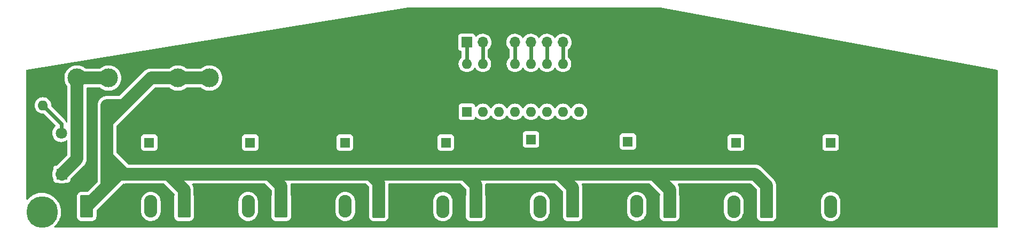
<source format=gbl>
%TF.GenerationSoftware,KiCad,Pcbnew,(6.0.7)*%
%TF.CreationDate,2023-01-05T15:51:31-03:00*%
%TF.ProjectId,EMAC2.0_ext_PCB,454d4143-322e-4305-9f65-78745f504342,rev?*%
%TF.SameCoordinates,Original*%
%TF.FileFunction,Copper,L2,Bot*%
%TF.FilePolarity,Positive*%
%FSLAX46Y46*%
G04 Gerber Fmt 4.6, Leading zero omitted, Abs format (unit mm)*
G04 Created by KiCad (PCBNEW (6.0.7)) date 2023-01-05 15:51:31*
%MOMM*%
%LPD*%
G01*
G04 APERTURE LIST*
G04 Aperture macros list*
%AMRoundRect*
0 Rectangle with rounded corners*
0 $1 Rounding radius*
0 $2 $3 $4 $5 $6 $7 $8 $9 X,Y pos of 4 corners*
0 Add a 4 corners polygon primitive as box body*
4,1,4,$2,$3,$4,$5,$6,$7,$8,$9,$2,$3,0*
0 Add four circle primitives for the rounded corners*
1,1,$1+$1,$2,$3*
1,1,$1+$1,$4,$5*
1,1,$1+$1,$6,$7*
1,1,$1+$1,$8,$9*
0 Add four rect primitives between the rounded corners*
20,1,$1+$1,$2,$3,$4,$5,0*
20,1,$1+$1,$4,$5,$6,$7,0*
20,1,$1+$1,$6,$7,$8,$9,0*
20,1,$1+$1,$8,$9,$2,$3,0*%
G04 Aperture macros list end*
%TA.AperFunction,ComponentPad*%
%ADD10R,1.600000X1.600000*%
%TD*%
%TA.AperFunction,ComponentPad*%
%ADD11C,1.600000*%
%TD*%
%TA.AperFunction,ComponentPad*%
%ADD12R,1.800000X1.800000*%
%TD*%
%TA.AperFunction,ComponentPad*%
%ADD13C,1.800000*%
%TD*%
%TA.AperFunction,ComponentPad*%
%ADD14O,1.600000X1.600000*%
%TD*%
%TA.AperFunction,ComponentPad*%
%ADD15RoundRect,0.249999X-0.790001X-1.550001X0.790001X-1.550001X0.790001X1.550001X-0.790001X1.550001X0*%
%TD*%
%TA.AperFunction,ComponentPad*%
%ADD16O,2.080000X3.600000*%
%TD*%
%TA.AperFunction,ComponentPad*%
%ADD17C,3.000000*%
%TD*%
%TA.AperFunction,ComponentPad*%
%ADD18R,1.700000X1.700000*%
%TD*%
%TA.AperFunction,ComponentPad*%
%ADD19O,1.700000X1.700000*%
%TD*%
%TA.AperFunction,ViaPad*%
%ADD20C,5.000000*%
%TD*%
%TA.AperFunction,Conductor*%
%ADD21C,0.600000*%
%TD*%
%TA.AperFunction,Conductor*%
%ADD22C,2.000000*%
%TD*%
G04 APERTURE END LIST*
D10*
%TO.P,C1,1*%
%TO.N,CH0*%
X74000000Y-117000000D03*
D11*
%TO.P,C1,2*%
%TO.N,GNDREF*%
X71500000Y-117000000D03*
%TD*%
D10*
%TO.P,C2,1*%
%TO.N,CH1*%
X90000000Y-117000000D03*
D11*
%TO.P,C2,2*%
%TO.N,GNDREF*%
X87500000Y-117000000D03*
%TD*%
D10*
%TO.P,C3,1*%
%TO.N,CH2*%
X105000000Y-117000000D03*
D11*
%TO.P,C3,2*%
%TO.N,GNDREF*%
X102500000Y-117000000D03*
%TD*%
D10*
%TO.P,C4,1*%
%TO.N,CH3*%
X121000000Y-117000000D03*
D11*
%TO.P,C4,2*%
%TO.N,GNDREF*%
X118500000Y-117000000D03*
%TD*%
D10*
%TO.P,C5,1*%
%TO.N,CH4*%
X134500000Y-116500000D03*
D11*
%TO.P,C5,2*%
%TO.N,GNDREF*%
X137000000Y-116500000D03*
%TD*%
D10*
%TO.P,C6,1*%
%TO.N,CH5*%
X149860000Y-116840000D03*
D11*
%TO.P,C6,2*%
%TO.N,GNDREF*%
X152360000Y-116840000D03*
%TD*%
D10*
%TO.P,C7,1*%
%TO.N,CH6*%
X167000000Y-117000000D03*
D11*
%TO.P,C7,2*%
%TO.N,GNDREF*%
X164500000Y-117000000D03*
%TD*%
D10*
%TO.P,C8,1*%
%TO.N,CH7_Analog*%
X182000000Y-117000000D03*
D11*
%TO.P,C8,2*%
%TO.N,GNDREF*%
X184500000Y-117000000D03*
%TD*%
D12*
%TO.P,D3,1,K*%
%TO.N,GNDREF*%
X57500000Y-115500000D03*
D13*
%TO.P,D3,2,A*%
%TO.N,Net-(D3-Pad2)*%
X60040000Y-115500000D03*
%TD*%
D11*
%TO.P,R7,1*%
%TO.N,POWER_SENSORS*%
X67310000Y-111090000D03*
D14*
%TO.P,R7,2*%
%TO.N,Net-(D3-Pad2)*%
X57150000Y-111090000D03*
%TD*%
D15*
%TO.P,J1,1,Pin_1*%
%TO.N,POWER_SENSORS*%
X64085800Y-127148100D03*
D16*
%TO.P,J1,2,Pin_2*%
%TO.N,GNDREF*%
X69165800Y-127148100D03*
%TO.P,J1,3,Pin_3*%
%TO.N,CH0*%
X74245800Y-127148100D03*
%TD*%
D15*
%TO.P,J2,1,Pin_1*%
%TO.N,POWER_SENSORS*%
X79518000Y-127148100D03*
D16*
%TO.P,J2,2,Pin_2*%
%TO.N,GNDREF*%
X84598000Y-127148100D03*
%TO.P,J2,3,Pin_3*%
%TO.N,CH1*%
X89678000Y-127148100D03*
%TD*%
D15*
%TO.P,J3,1,Pin_1*%
%TO.N,POWER_SENSORS*%
X94920000Y-127148100D03*
D16*
%TO.P,J3,2,Pin_2*%
%TO.N,GNDREF*%
X100000000Y-127148100D03*
%TO.P,J3,3,Pin_3*%
%TO.N,CH2*%
X105080000Y-127148100D03*
%TD*%
D15*
%TO.P,J4,1,Pin_1*%
%TO.N,POWER_SENSORS*%
X110379000Y-127159000D03*
D16*
%TO.P,J4,2,Pin_2*%
%TO.N,GNDREF*%
X115459000Y-127159000D03*
%TO.P,J4,3,Pin_3*%
%TO.N,CH3*%
X120539000Y-127159000D03*
%TD*%
D15*
%TO.P,J5,1,Pin_1*%
%TO.N,POWER_SENSORS*%
X125746000Y-127159000D03*
D16*
%TO.P,J5,2,Pin_2*%
%TO.N,GNDREF*%
X130826000Y-127159000D03*
%TO.P,J5,3,Pin_3*%
%TO.N,CH4*%
X135906000Y-127159000D03*
%TD*%
D15*
%TO.P,J6,1,Pin_1*%
%TO.N,POWER_SENSORS*%
X141113000Y-127146000D03*
D16*
%TO.P,J6,2,Pin_2*%
%TO.N,GNDREF*%
X146193000Y-127146000D03*
%TO.P,J6,3,Pin_3*%
%TO.N,CH5*%
X151273000Y-127146000D03*
%TD*%
D15*
%TO.P,J7,1,Pin_1*%
%TO.N,POWER_SENSORS*%
X156480000Y-127159000D03*
D16*
%TO.P,J7,2,Pin_2*%
%TO.N,GNDREF*%
X161560000Y-127159000D03*
%TO.P,J7,3,Pin_3*%
%TO.N,CH6*%
X166640000Y-127159000D03*
%TD*%
D15*
%TO.P,J8,1,Pin_1*%
%TO.N,POWER_SENSORS*%
X171847000Y-127159000D03*
D16*
%TO.P,J8,2,Pin_2*%
%TO.N,GNDREF*%
X176927000Y-127159000D03*
%TO.P,J8,3,Pin_3*%
%TO.N,CH7_Analog*%
X182007000Y-127159000D03*
%TD*%
D17*
%TO.P,F1,1*%
%TO.N,POWER_SENSORS*%
X78560000Y-106740000D03*
X83560000Y-106740000D03*
%TO.P,F1,2*%
%TO.N,Net-(JCapa2-Pad1)*%
X67560000Y-106740000D03*
X62560000Y-106740000D03*
%TD*%
D18*
%TO.P,JSPI2,1,Pin_1*%
%TO.N,POWER_ADC*%
X124325000Y-101050000D03*
D19*
%TO.P,JSPI2,2,Pin_2*%
%TO.N,Vref_ADC*%
X126865000Y-101050000D03*
%TO.P,JSPI2,3,Pin_3*%
%TO.N,GNDREF*%
X129405000Y-101050000D03*
%TO.P,JSPI2,4,Pin_4*%
%TO.N,ADC_CLK*%
X131945000Y-101050000D03*
%TO.P,JSPI2,5,Pin_5*%
%TO.N,ADC_DI*%
X134485000Y-101050000D03*
%TO.P,JSPI2,6,Pin_6*%
%TO.N,ADC_DO*%
X137025000Y-101050000D03*
%TO.P,JSPI2,7,Pin_7*%
%TO.N,SPI2_CS*%
X139565000Y-101050000D03*
%TO.P,JSPI2,8,Pin_8*%
%TO.N,GNDREF*%
X142105000Y-101050000D03*
%TD*%
D18*
%TO.P,JCapa2,1,Pin_1*%
%TO.N,Net-(JCapa2-Pad1)*%
X60130000Y-122000000D03*
D19*
%TO.P,JCapa2,2,Pin_2*%
%TO.N,GNDREF*%
X57590000Y-122000000D03*
%TD*%
D10*
%TO.P,U6,1,CH0*%
%TO.N,CH0*%
X124340000Y-112110000D03*
D14*
%TO.P,U6,2,CH1*%
%TO.N,CH1*%
X126880000Y-112110000D03*
%TO.P,U6,3,CH2*%
%TO.N,CH2*%
X129420000Y-112110000D03*
%TO.P,U6,4,CH3*%
%TO.N,CH3*%
X131960000Y-112110000D03*
%TO.P,U6,5,CH4*%
%TO.N,CH4*%
X134500000Y-112110000D03*
%TO.P,U6,6,CH5*%
%TO.N,CH5*%
X137040000Y-112110000D03*
%TO.P,U6,7,CH6*%
%TO.N,CH6*%
X139580000Y-112110000D03*
%TO.P,U6,8,CH7*%
%TO.N,CH7_Analog*%
X142120000Y-112110000D03*
%TO.P,U6,9,DGND*%
%TO.N,GNDREF*%
X142120000Y-104490000D03*
%TO.P,U6,10,~{CS}/SHDN*%
%TO.N,SPI2_CS*%
X139580000Y-104490000D03*
%TO.P,U6,11,Din*%
%TO.N,ADC_DO*%
X137040000Y-104490000D03*
%TO.P,U6,12,Dout*%
%TO.N,ADC_DI*%
X134500000Y-104490000D03*
%TO.P,U6,13,CLK*%
%TO.N,ADC_CLK*%
X131960000Y-104490000D03*
%TO.P,U6,14,AGND*%
%TO.N,GNDREF*%
X129420000Y-104490000D03*
%TO.P,U6,15,Vref*%
%TO.N,Vref_ADC*%
X126880000Y-104490000D03*
%TO.P,U6,16,Vdd*%
%TO.N,POWER_ADC*%
X124340000Y-104490000D03*
%TD*%
D20*
%TO.N,*%
X57000000Y-128000000D03*
%TO.N,GNDREF*%
X206000000Y-128000000D03*
%TD*%
D21*
%TO.N,GNDREF*%
X182199022Y-120000000D02*
X184500000Y-117699022D01*
X82050010Y-129949990D02*
X79050010Y-129949990D01*
X64780010Y-129949990D02*
X66050010Y-129949990D01*
X152360000Y-116840000D02*
X152360000Y-119860000D01*
X113050010Y-129949990D02*
X112949990Y-129949990D01*
X176927000Y-128073000D02*
X175050010Y-129949990D01*
X63063444Y-129949990D02*
X60299511Y-127186057D01*
X84598000Y-127402000D02*
X82050010Y-129949990D01*
X137000000Y-116500000D02*
X137000000Y-119500000D01*
X102500000Y-117000000D02*
X102500000Y-120000000D01*
X118500000Y-119500000D02*
X119000000Y-120000000D01*
X73368630Y-120000000D02*
X71500000Y-118131370D01*
X144050010Y-129949990D02*
X158949990Y-129949990D01*
X84598000Y-127148100D02*
X84598000Y-127402000D01*
X184500000Y-117699022D02*
X184500000Y-117000000D01*
X158949990Y-129949990D02*
X174949990Y-129949990D01*
X175050010Y-129949990D02*
X174949990Y-129949990D01*
X118500000Y-117000000D02*
X118500000Y-119500000D01*
X66050010Y-129949990D02*
X68851900Y-127148100D01*
X159050010Y-129949990D02*
X158949990Y-129949990D01*
X57590000Y-122320000D02*
X57590000Y-122000000D01*
X137500000Y-120000000D02*
X152500000Y-120000000D01*
X102500000Y-120000000D02*
X119000000Y-120000000D01*
X164500000Y-120000000D02*
X182199022Y-120000000D01*
X100000000Y-127148100D02*
X99851900Y-127148100D01*
X87500000Y-117000000D02*
X84500000Y-120000000D01*
X72859990Y-129949990D02*
X79050010Y-129949990D01*
X71500000Y-118131370D02*
X71500000Y-117000000D01*
X152360000Y-119860000D02*
X152500000Y-120000000D01*
X69165800Y-127148100D02*
X69165800Y-127165800D01*
X60299511Y-127186057D02*
X60299511Y-125029511D01*
X130826000Y-127174000D02*
X128050010Y-129949990D01*
X146193000Y-127807000D02*
X144050010Y-129949990D01*
X84500000Y-120000000D02*
X73368630Y-120000000D01*
X176927000Y-127159000D02*
X176927000Y-128073000D01*
X60299511Y-125029511D02*
X57590000Y-122320000D01*
X57500000Y-121910000D02*
X57590000Y-122000000D01*
X130826000Y-127159000D02*
X130826000Y-127174000D01*
X57500000Y-115500000D02*
X57500000Y-121910000D01*
X137000000Y-119500000D02*
X137500000Y-120000000D01*
X152500000Y-120000000D02*
X154000000Y-120000000D01*
X119000000Y-120000000D02*
X137500000Y-120000000D01*
X154000000Y-120000000D02*
X161000000Y-120000000D01*
X128050010Y-129949990D02*
X127949990Y-129949990D01*
X164500000Y-117000000D02*
X164500000Y-120000000D01*
X72859990Y-129949990D02*
X64780010Y-129949990D01*
X127949990Y-129949990D02*
X144050010Y-129949990D01*
X69165800Y-127165800D02*
X71949990Y-129949990D01*
X146193000Y-127146000D02*
X146193000Y-127807000D01*
X161000000Y-120000000D02*
X164500000Y-120000000D01*
X161560000Y-127159000D02*
X161560000Y-127440000D01*
X115459000Y-127541000D02*
X113050010Y-129949990D01*
X84500000Y-120000000D02*
X102500000Y-120000000D01*
X161560000Y-127440000D02*
X159050010Y-129949990D01*
X115459000Y-127159000D02*
X115459000Y-127541000D01*
X64780010Y-129949990D02*
X63063444Y-129949990D01*
X97050010Y-129949990D02*
X112949990Y-129949990D01*
X71949990Y-129949990D02*
X72859990Y-129949990D01*
X99851900Y-127148100D02*
X97050010Y-129949990D01*
X79050010Y-129949990D02*
X97050010Y-129949990D01*
X112949990Y-129949990D02*
X127949990Y-129949990D01*
X68851900Y-127148100D02*
X69165800Y-127148100D01*
D22*
%TO.N,Net-(JCapa2-Pad1)*%
X62560000Y-106740000D02*
X62560000Y-119570000D01*
X62560000Y-119570000D02*
X60130000Y-122000000D01*
X67560000Y-106740000D02*
X62560000Y-106740000D01*
%TO.N,POWER_SENSORS*%
X109000000Y-122000000D02*
X110379000Y-123379000D01*
X67310000Y-116486276D02*
X67310000Y-119090000D01*
X70060000Y-122000000D02*
X67310000Y-119250000D01*
X67700000Y-122000000D02*
X67310000Y-121610000D01*
X74270000Y-106740000D02*
X69920000Y-111090000D01*
X171847000Y-123847000D02*
X171847000Y-127159000D01*
X70060000Y-122000000D02*
X170000000Y-122000000D01*
X125746000Y-127159000D02*
X125746000Y-123746000D01*
X141113000Y-124113000D02*
X141113000Y-127146000D01*
X139000000Y-122000000D02*
X141113000Y-124113000D01*
X67310000Y-121610000D02*
X67310000Y-123923900D01*
X79518000Y-124518000D02*
X77000000Y-122000000D01*
X66001950Y-125231950D02*
X64085800Y-127148100D01*
X156480000Y-124480000D02*
X156480000Y-127159000D01*
X79518000Y-127148100D02*
X79518000Y-124518000D01*
X69233900Y-122000000D02*
X70060000Y-122000000D01*
X83560000Y-106740000D02*
X78560000Y-106740000D01*
X67310000Y-111090000D02*
X67310000Y-115240000D01*
X69920000Y-111090000D02*
X67310000Y-111090000D01*
X70060000Y-122000000D02*
X67700000Y-122000000D01*
X67310000Y-115240000D02*
X67310000Y-116486276D01*
X66001950Y-125231950D02*
X69233900Y-122000000D01*
X154000000Y-122000000D02*
X156480000Y-124480000D01*
X67310000Y-123923900D02*
X66001950Y-125231950D01*
X170000000Y-122000000D02*
X171847000Y-123847000D01*
X67310000Y-119090000D02*
X67310000Y-121610000D01*
X94920000Y-123920000D02*
X94920000Y-127148100D01*
X67310000Y-119250000D02*
X67310000Y-119090000D01*
X93000000Y-122000000D02*
X94920000Y-123920000D01*
X67310000Y-113700000D02*
X69920000Y-111090000D01*
X125746000Y-123746000D02*
X124000000Y-122000000D01*
X67310000Y-115240000D02*
X67310000Y-113700000D01*
X110379000Y-123379000D02*
X110379000Y-127159000D01*
X78560000Y-106740000D02*
X74270000Y-106740000D01*
X77000000Y-122000000D02*
X70060000Y-122000000D01*
D21*
%TO.N,Net-(D3-Pad2)*%
X60040000Y-115500000D02*
X60040000Y-113980000D01*
X60040000Y-113980000D02*
X57150000Y-111090000D01*
%TO.N,ADC_DI*%
X134485000Y-104475000D02*
X134500000Y-104490000D01*
X134485000Y-101050000D02*
X134485000Y-104475000D01*
%TO.N,ADC_DO*%
X137025000Y-101050000D02*
X137025000Y-104475000D01*
X137025000Y-104475000D02*
X137040000Y-104490000D01*
%TO.N,ADC_CLK*%
X131960000Y-104490000D02*
X131960000Y-101065000D01*
X131960000Y-101065000D02*
X131945000Y-101050000D01*
%TO.N,POWER_ADC*%
X124325000Y-104475000D02*
X124340000Y-104490000D01*
X124325000Y-101050000D02*
X124325000Y-104475000D01*
%TO.N,Vref_ADC*%
X126865000Y-101050000D02*
X126865000Y-104475000D01*
X126865000Y-104475000D02*
X126880000Y-104490000D01*
X126880000Y-104070000D02*
X126880000Y-104530000D01*
%TO.N,SPI2_CS*%
X139565000Y-104475000D02*
X139580000Y-104490000D01*
X139565000Y-101050000D02*
X139565000Y-104475000D01*
%TD*%
%TA.AperFunction,Conductor*%
%TO.N,GNDREF*%
G36*
X154964685Y-95510606D02*
G01*
X208388444Y-105403895D01*
X208451783Y-105435966D01*
X208487728Y-105497191D01*
X208491500Y-105527788D01*
X208491500Y-130365500D01*
X208471498Y-130433621D01*
X208417842Y-130480114D01*
X208365500Y-130491500D01*
X59061044Y-130491500D01*
X58992923Y-130471498D01*
X58946430Y-130417842D01*
X58936326Y-130347568D01*
X58965820Y-130282988D01*
X58974311Y-130274103D01*
X59194180Y-130065454D01*
X59196819Y-130062950D01*
X59419370Y-129796783D01*
X59609853Y-129506799D01*
X59702875Y-129321846D01*
X59764117Y-129200080D01*
X59764120Y-129200072D01*
X59765744Y-129196844D01*
X59770522Y-129183787D01*
X59883729Y-128874437D01*
X59883730Y-128874433D01*
X59884977Y-128871026D01*
X59885822Y-128867504D01*
X59885825Y-128867496D01*
X59965124Y-128537191D01*
X59965125Y-128537187D01*
X59965971Y-128533662D01*
X59966408Y-128530052D01*
X60007316Y-128192004D01*
X60007316Y-128191997D01*
X60007652Y-128189225D01*
X60008339Y-128167382D01*
X60013511Y-128002797D01*
X60013599Y-128000000D01*
X60012394Y-127979099D01*
X59993836Y-127657246D01*
X59993835Y-127657241D01*
X59993627Y-127653626D01*
X59933976Y-127311842D01*
X59835437Y-126979180D01*
X59699316Y-126660048D01*
X59527417Y-126358676D01*
X59511041Y-126336382D01*
X59441187Y-126241289D01*
X59322018Y-126079060D01*
X59243777Y-125994862D01*
X59088309Y-125827559D01*
X59085842Y-125824904D01*
X58822019Y-125599578D01*
X58744815Y-125547699D01*
X62537300Y-125547699D01*
X62537301Y-128748500D01*
X62548274Y-128854267D01*
X62555003Y-128874437D01*
X62601530Y-129013892D01*
X62604250Y-129022046D01*
X62697321Y-129172449D01*
X62702503Y-129177622D01*
X62705461Y-129180575D01*
X62822497Y-129297406D01*
X62844463Y-129310946D01*
X62963425Y-129384275D01*
X62973061Y-129390215D01*
X63005924Y-129401115D01*
X63134410Y-129443732D01*
X63134412Y-129443732D01*
X63140938Y-129445897D01*
X63147774Y-129446597D01*
X63147777Y-129446598D01*
X63190830Y-129451009D01*
X63245399Y-129456600D01*
X64079319Y-129456600D01*
X64926200Y-129456599D01*
X65031967Y-129445626D01*
X65083087Y-129428571D01*
X65192802Y-129391967D01*
X65192804Y-129391966D01*
X65199746Y-129389650D01*
X65350149Y-129296579D01*
X65475106Y-129171403D01*
X65567915Y-129020839D01*
X65617378Y-128871713D01*
X65621432Y-128859490D01*
X65621432Y-128859488D01*
X65623597Y-128852962D01*
X65624380Y-128845325D01*
X65632850Y-128762653D01*
X65634300Y-128748501D01*
X65634300Y-127970718D01*
X72697300Y-127970718D01*
X72697502Y-127973226D01*
X72697502Y-127973231D01*
X72704149Y-128055839D01*
X72712246Y-128156482D01*
X72713451Y-128161390D01*
X72713452Y-128161393D01*
X72747310Y-128299238D01*
X72771685Y-128398473D01*
X72773660Y-128403125D01*
X72773661Y-128403129D01*
X72866182Y-128621093D01*
X72869049Y-128627848D01*
X73001833Y-128838706D01*
X73166622Y-129025622D01*
X73359175Y-129183787D01*
X73574538Y-129309131D01*
X73607662Y-129321846D01*
X73802443Y-129396616D01*
X73802446Y-129396617D01*
X73807172Y-129398431D01*
X74051090Y-129449388D01*
X74056139Y-129449617D01*
X74056145Y-129449618D01*
X74166569Y-129454632D01*
X74300018Y-129460692D01*
X74305038Y-129460111D01*
X74305042Y-129460111D01*
X74421826Y-129446598D01*
X74547550Y-129432051D01*
X74552424Y-129430672D01*
X74552428Y-129430671D01*
X74782451Y-129365581D01*
X74782453Y-129365580D01*
X74787320Y-129364203D01*
X74791895Y-129362069D01*
X74791902Y-129362067D01*
X75008576Y-129261029D01*
X75013157Y-129258893D01*
X75017337Y-129256052D01*
X75017341Y-129256050D01*
X75215064Y-129121678D01*
X75215065Y-129121677D01*
X75219253Y-129118831D01*
X75225150Y-129113255D01*
X75396624Y-128951100D01*
X75400304Y-128947620D01*
X75403383Y-128943593D01*
X75548579Y-128753684D01*
X75548582Y-128753680D01*
X75551652Y-128749664D01*
X75669404Y-128530057D01*
X75714713Y-128398473D01*
X75748882Y-128299238D01*
X75750531Y-128294449D01*
X75773350Y-128162341D01*
X75792269Y-128052811D01*
X75792270Y-128052805D01*
X75792944Y-128048901D01*
X75793805Y-128029941D01*
X75794236Y-128020460D01*
X75794236Y-128020441D01*
X75794300Y-128019041D01*
X75794300Y-126325482D01*
X75790129Y-126273640D01*
X75779760Y-126144759D01*
X75779759Y-126144754D01*
X75779354Y-126139718D01*
X75759584Y-126059227D01*
X75721122Y-125902641D01*
X75719915Y-125897727D01*
X75717048Y-125890971D01*
X75624527Y-125673007D01*
X75624527Y-125673006D01*
X75622551Y-125668352D01*
X75489767Y-125457494D01*
X75324978Y-125270578D01*
X75132425Y-125112413D01*
X74917062Y-124987069D01*
X74768124Y-124929897D01*
X74689157Y-124899584D01*
X74689154Y-124899583D01*
X74684428Y-124897769D01*
X74440510Y-124846812D01*
X74435461Y-124846583D01*
X74435455Y-124846582D01*
X74321796Y-124841421D01*
X74191582Y-124835508D01*
X74186562Y-124836089D01*
X74186558Y-124836089D01*
X74084941Y-124847847D01*
X73944050Y-124864149D01*
X73939176Y-124865528D01*
X73939172Y-124865529D01*
X73709149Y-124930619D01*
X73709147Y-124930620D01*
X73704280Y-124931997D01*
X73699705Y-124934131D01*
X73699698Y-124934133D01*
X73557341Y-125000516D01*
X73478443Y-125037307D01*
X73474263Y-125040148D01*
X73474259Y-125040150D01*
X73285768Y-125168248D01*
X73272347Y-125177369D01*
X73268672Y-125180844D01*
X73268671Y-125180845D01*
X73108441Y-125332367D01*
X73091296Y-125348580D01*
X73088218Y-125352606D01*
X73088217Y-125352607D01*
X72943021Y-125542516D01*
X72943018Y-125542520D01*
X72939948Y-125546536D01*
X72937558Y-125550994D01*
X72937557Y-125550995D01*
X72868786Y-125679252D01*
X72822196Y-125766143D01*
X72820550Y-125770924D01*
X72820548Y-125770928D01*
X72773134Y-125908627D01*
X72741069Y-126001751D01*
X72738324Y-126017643D01*
X72715356Y-126150618D01*
X72698656Y-126247299D01*
X72698476Y-126251260D01*
X72698476Y-126251261D01*
X72697460Y-126273640D01*
X72697300Y-126277159D01*
X72697300Y-127970718D01*
X65634300Y-127970718D01*
X65634300Y-127785132D01*
X65654302Y-127717011D01*
X65671205Y-127696037D01*
X67111755Y-126255487D01*
X67111761Y-126255480D01*
X68359666Y-125007575D01*
X68362188Y-125005121D01*
X68431001Y-124940048D01*
X68434681Y-124936568D01*
X68442614Y-124926192D01*
X68453615Y-124913626D01*
X69821836Y-123545405D01*
X69884148Y-123511379D01*
X69910931Y-123508500D01*
X70008107Y-123508500D01*
X70016018Y-123508749D01*
X70086412Y-123513178D01*
X70127991Y-123509101D01*
X70140287Y-123508500D01*
X76322969Y-123508500D01*
X76391090Y-123528502D01*
X76412064Y-123545405D01*
X77972595Y-125105936D01*
X78006621Y-125168248D01*
X78009500Y-125195031D01*
X78009500Y-125334560D01*
X78003093Y-125374226D01*
X77980203Y-125443238D01*
X77979503Y-125450074D01*
X77979502Y-125450077D01*
X77977187Y-125472675D01*
X77969500Y-125547699D01*
X77969501Y-128748500D01*
X77980474Y-128854267D01*
X77987203Y-128874437D01*
X78033730Y-129013892D01*
X78036450Y-129022046D01*
X78129521Y-129172449D01*
X78134703Y-129177622D01*
X78137661Y-129180575D01*
X78254697Y-129297406D01*
X78276663Y-129310946D01*
X78395625Y-129384275D01*
X78405261Y-129390215D01*
X78438124Y-129401115D01*
X78566610Y-129443732D01*
X78566612Y-129443732D01*
X78573138Y-129445897D01*
X78579974Y-129446597D01*
X78579977Y-129446598D01*
X78623030Y-129451009D01*
X78677599Y-129456600D01*
X79511519Y-129456600D01*
X80358400Y-129456599D01*
X80464167Y-129445626D01*
X80515287Y-129428571D01*
X80625002Y-129391967D01*
X80625004Y-129391966D01*
X80631946Y-129389650D01*
X80782349Y-129296579D01*
X80907306Y-129171403D01*
X81000115Y-129020839D01*
X81049578Y-128871713D01*
X81053632Y-128859490D01*
X81053632Y-128859488D01*
X81055797Y-128852962D01*
X81056580Y-128845325D01*
X81065050Y-128762653D01*
X81066500Y-128748501D01*
X81066500Y-127970718D01*
X88129500Y-127970718D01*
X88129702Y-127973226D01*
X88129702Y-127973231D01*
X88136349Y-128055839D01*
X88144446Y-128156482D01*
X88145651Y-128161390D01*
X88145652Y-128161393D01*
X88179510Y-128299238D01*
X88203885Y-128398473D01*
X88205860Y-128403125D01*
X88205861Y-128403129D01*
X88298382Y-128621093D01*
X88301249Y-128627848D01*
X88434033Y-128838706D01*
X88598822Y-129025622D01*
X88791375Y-129183787D01*
X89006738Y-129309131D01*
X89039862Y-129321846D01*
X89234643Y-129396616D01*
X89234646Y-129396617D01*
X89239372Y-129398431D01*
X89483290Y-129449388D01*
X89488339Y-129449617D01*
X89488345Y-129449618D01*
X89598769Y-129454632D01*
X89732218Y-129460692D01*
X89737238Y-129460111D01*
X89737242Y-129460111D01*
X89854026Y-129446598D01*
X89979750Y-129432051D01*
X89984624Y-129430672D01*
X89984628Y-129430671D01*
X90214651Y-129365581D01*
X90214653Y-129365580D01*
X90219520Y-129364203D01*
X90224095Y-129362069D01*
X90224102Y-129362067D01*
X90440776Y-129261029D01*
X90445357Y-129258893D01*
X90449537Y-129256052D01*
X90449541Y-129256050D01*
X90647264Y-129121678D01*
X90647265Y-129121677D01*
X90651453Y-129118831D01*
X90657350Y-129113255D01*
X90828824Y-128951100D01*
X90832504Y-128947620D01*
X90835583Y-128943593D01*
X90980779Y-128753684D01*
X90980782Y-128753680D01*
X90983852Y-128749664D01*
X91101604Y-128530057D01*
X91146913Y-128398473D01*
X91181082Y-128299238D01*
X91182731Y-128294449D01*
X91205550Y-128162341D01*
X91224469Y-128052811D01*
X91224470Y-128052805D01*
X91225144Y-128048901D01*
X91226005Y-128029941D01*
X91226436Y-128020460D01*
X91226436Y-128020441D01*
X91226500Y-128019041D01*
X91226500Y-126325482D01*
X91222329Y-126273640D01*
X91211960Y-126144759D01*
X91211959Y-126144754D01*
X91211554Y-126139718D01*
X91191784Y-126059227D01*
X91153322Y-125902641D01*
X91152115Y-125897727D01*
X91149248Y-125890971D01*
X91056727Y-125673007D01*
X91056727Y-125673006D01*
X91054751Y-125668352D01*
X90921967Y-125457494D01*
X90757178Y-125270578D01*
X90564625Y-125112413D01*
X90349262Y-124987069D01*
X90200324Y-124929897D01*
X90121357Y-124899584D01*
X90121354Y-124899583D01*
X90116628Y-124897769D01*
X89872710Y-124846812D01*
X89867661Y-124846583D01*
X89867655Y-124846582D01*
X89753996Y-124841421D01*
X89623782Y-124835508D01*
X89618762Y-124836089D01*
X89618758Y-124836089D01*
X89517141Y-124847847D01*
X89376250Y-124864149D01*
X89371376Y-124865528D01*
X89371372Y-124865529D01*
X89141349Y-124930619D01*
X89141347Y-124930620D01*
X89136480Y-124931997D01*
X89131905Y-124934131D01*
X89131898Y-124934133D01*
X88989541Y-125000516D01*
X88910643Y-125037307D01*
X88906463Y-125040148D01*
X88906459Y-125040150D01*
X88717968Y-125168248D01*
X88704547Y-125177369D01*
X88700872Y-125180844D01*
X88700871Y-125180845D01*
X88540641Y-125332367D01*
X88523496Y-125348580D01*
X88520418Y-125352606D01*
X88520417Y-125352607D01*
X88375221Y-125542516D01*
X88375218Y-125542520D01*
X88372148Y-125546536D01*
X88369758Y-125550994D01*
X88369757Y-125550995D01*
X88300986Y-125679252D01*
X88254396Y-125766143D01*
X88252750Y-125770924D01*
X88252748Y-125770928D01*
X88205334Y-125908627D01*
X88173269Y-126001751D01*
X88170524Y-126017643D01*
X88147556Y-126150618D01*
X88130856Y-126247299D01*
X88130676Y-126251260D01*
X88130676Y-126251261D01*
X88129660Y-126273640D01*
X88129500Y-126277159D01*
X88129500Y-127970718D01*
X81066500Y-127970718D01*
X81066499Y-125547700D01*
X81055526Y-125441933D01*
X81052643Y-125433292D01*
X81032977Y-125374344D01*
X81026500Y-125334467D01*
X81026500Y-124542016D01*
X81026549Y-124538498D01*
X81029193Y-124443850D01*
X81029193Y-124443847D01*
X81029334Y-124438795D01*
X81018941Y-124360902D01*
X81018241Y-124354353D01*
X81016599Y-124333936D01*
X81011940Y-124276035D01*
X81004101Y-124244122D01*
X81001573Y-124230738D01*
X80997898Y-124203194D01*
X80997229Y-124198180D01*
X80974522Y-124122971D01*
X80972781Y-124116608D01*
X80965010Y-124084971D01*
X80954037Y-124040294D01*
X80941199Y-124010048D01*
X80936561Y-123997237D01*
X80928530Y-123970638D01*
X80927067Y-123965792D01*
X80924849Y-123961244D01*
X80924846Y-123961237D01*
X80892629Y-123895182D01*
X80889893Y-123889180D01*
X80870925Y-123844496D01*
X80859188Y-123816844D01*
X80841681Y-123789044D01*
X80835052Y-123777134D01*
X80820654Y-123747612D01*
X80792097Y-123707130D01*
X80769175Y-123639936D01*
X80786220Y-123571015D01*
X80837820Y-123522251D01*
X80895058Y-123508500D01*
X92322969Y-123508500D01*
X92391090Y-123528502D01*
X92412064Y-123545405D01*
X93374595Y-124507936D01*
X93408621Y-124570248D01*
X93411500Y-124597031D01*
X93411500Y-125334560D01*
X93405093Y-125374226D01*
X93382203Y-125443238D01*
X93381503Y-125450074D01*
X93381502Y-125450077D01*
X93379187Y-125472675D01*
X93371500Y-125547699D01*
X93371501Y-128748500D01*
X93382474Y-128854267D01*
X93389203Y-128874437D01*
X93435730Y-129013892D01*
X93438450Y-129022046D01*
X93531521Y-129172449D01*
X93536703Y-129177622D01*
X93539661Y-129180575D01*
X93656697Y-129297406D01*
X93678663Y-129310946D01*
X93797625Y-129384275D01*
X93807261Y-129390215D01*
X93840124Y-129401115D01*
X93968610Y-129443732D01*
X93968612Y-129443732D01*
X93975138Y-129445897D01*
X93981974Y-129446597D01*
X93981977Y-129446598D01*
X94025030Y-129451009D01*
X94079599Y-129456600D01*
X94913519Y-129456600D01*
X95760400Y-129456599D01*
X95866167Y-129445626D01*
X95917287Y-129428571D01*
X96027002Y-129391967D01*
X96027004Y-129391966D01*
X96033946Y-129389650D01*
X96184349Y-129296579D01*
X96309306Y-129171403D01*
X96402115Y-129020839D01*
X96451578Y-128871713D01*
X96455632Y-128859490D01*
X96455632Y-128859488D01*
X96457797Y-128852962D01*
X96458580Y-128845325D01*
X96467050Y-128762653D01*
X96468500Y-128748501D01*
X96468500Y-127970718D01*
X103531500Y-127970718D01*
X103531702Y-127973226D01*
X103531702Y-127973231D01*
X103538349Y-128055839D01*
X103546446Y-128156482D01*
X103547651Y-128161390D01*
X103547652Y-128161393D01*
X103581510Y-128299238D01*
X103605885Y-128398473D01*
X103607860Y-128403125D01*
X103607861Y-128403129D01*
X103700382Y-128621093D01*
X103703249Y-128627848D01*
X103836033Y-128838706D01*
X104000822Y-129025622D01*
X104193375Y-129183787D01*
X104408738Y-129309131D01*
X104441862Y-129321846D01*
X104636643Y-129396616D01*
X104636646Y-129396617D01*
X104641372Y-129398431D01*
X104885290Y-129449388D01*
X104890339Y-129449617D01*
X104890345Y-129449618D01*
X105000769Y-129454632D01*
X105134218Y-129460692D01*
X105139238Y-129460111D01*
X105139242Y-129460111D01*
X105256026Y-129446598D01*
X105381750Y-129432051D01*
X105386624Y-129430672D01*
X105386628Y-129430671D01*
X105616651Y-129365581D01*
X105616653Y-129365580D01*
X105621520Y-129364203D01*
X105626095Y-129362069D01*
X105626102Y-129362067D01*
X105842776Y-129261029D01*
X105847357Y-129258893D01*
X105851537Y-129256052D01*
X105851541Y-129256050D01*
X106049264Y-129121678D01*
X106049265Y-129121677D01*
X106053453Y-129118831D01*
X106059350Y-129113255D01*
X106230824Y-128951100D01*
X106234504Y-128947620D01*
X106237583Y-128943593D01*
X106382779Y-128753684D01*
X106382782Y-128753680D01*
X106385852Y-128749664D01*
X106503604Y-128530057D01*
X106548913Y-128398473D01*
X106583082Y-128299238D01*
X106584731Y-128294449D01*
X106607550Y-128162341D01*
X106626469Y-128052811D01*
X106626470Y-128052805D01*
X106627144Y-128048901D01*
X106628005Y-128029941D01*
X106628436Y-128020460D01*
X106628436Y-128020441D01*
X106628500Y-128019041D01*
X106628500Y-126325482D01*
X106624329Y-126273640D01*
X106613960Y-126144759D01*
X106613959Y-126144754D01*
X106613554Y-126139718D01*
X106593784Y-126059227D01*
X106555322Y-125902641D01*
X106554115Y-125897727D01*
X106551248Y-125890971D01*
X106458727Y-125673007D01*
X106458727Y-125673006D01*
X106456751Y-125668352D01*
X106323967Y-125457494D01*
X106159178Y-125270578D01*
X105966625Y-125112413D01*
X105751262Y-124987069D01*
X105602324Y-124929897D01*
X105523357Y-124899584D01*
X105523354Y-124899583D01*
X105518628Y-124897769D01*
X105274710Y-124846812D01*
X105269661Y-124846583D01*
X105269655Y-124846582D01*
X105155996Y-124841421D01*
X105025782Y-124835508D01*
X105020762Y-124836089D01*
X105020758Y-124836089D01*
X104919141Y-124847847D01*
X104778250Y-124864149D01*
X104773376Y-124865528D01*
X104773372Y-124865529D01*
X104543349Y-124930619D01*
X104543347Y-124930620D01*
X104538480Y-124931997D01*
X104533905Y-124934131D01*
X104533898Y-124934133D01*
X104391541Y-125000516D01*
X104312643Y-125037307D01*
X104308463Y-125040148D01*
X104308459Y-125040150D01*
X104119968Y-125168248D01*
X104106547Y-125177369D01*
X104102872Y-125180844D01*
X104102871Y-125180845D01*
X103942641Y-125332367D01*
X103925496Y-125348580D01*
X103922418Y-125352606D01*
X103922417Y-125352607D01*
X103777221Y-125542516D01*
X103777218Y-125542520D01*
X103774148Y-125546536D01*
X103771758Y-125550994D01*
X103771757Y-125550995D01*
X103702986Y-125679252D01*
X103656396Y-125766143D01*
X103654750Y-125770924D01*
X103654748Y-125770928D01*
X103607334Y-125908627D01*
X103575269Y-126001751D01*
X103572524Y-126017643D01*
X103549556Y-126150618D01*
X103532856Y-126247299D01*
X103532676Y-126251260D01*
X103532676Y-126251261D01*
X103531660Y-126273640D01*
X103531500Y-126277159D01*
X103531500Y-127970718D01*
X96468500Y-127970718D01*
X96468499Y-125547700D01*
X96457526Y-125441933D01*
X96454643Y-125433292D01*
X96434977Y-125374344D01*
X96428500Y-125334467D01*
X96428500Y-123944016D01*
X96428549Y-123940498D01*
X96431193Y-123845850D01*
X96431193Y-123845847D01*
X96431334Y-123840795D01*
X96420941Y-123762902D01*
X96420241Y-123756353D01*
X96414346Y-123683077D01*
X96414345Y-123683073D01*
X96413940Y-123678035D01*
X96410629Y-123664554D01*
X96413805Y-123593630D01*
X96454821Y-123535680D01*
X96520657Y-123509105D01*
X96532992Y-123508500D01*
X108322969Y-123508500D01*
X108391090Y-123528502D01*
X108412064Y-123545405D01*
X108833595Y-123966936D01*
X108867621Y-124029248D01*
X108870500Y-124056031D01*
X108870500Y-125345460D01*
X108864093Y-125385126D01*
X108841203Y-125454138D01*
X108840503Y-125460974D01*
X108840502Y-125460977D01*
X108840131Y-125464600D01*
X108830500Y-125558599D01*
X108830501Y-128759400D01*
X108841474Y-128865167D01*
X108843658Y-128871713D01*
X108894789Y-129024969D01*
X108897450Y-129032946D01*
X108990521Y-129183349D01*
X109115697Y-129308306D01*
X109137663Y-129321846D01*
X109252316Y-129392519D01*
X109266261Y-129401115D01*
X109346004Y-129427564D01*
X109427610Y-129454632D01*
X109427612Y-129454632D01*
X109434138Y-129456797D01*
X109440974Y-129457497D01*
X109440977Y-129457498D01*
X109484030Y-129461909D01*
X109538599Y-129467500D01*
X110372519Y-129467500D01*
X111219400Y-129467499D01*
X111325167Y-129456526D01*
X111370679Y-129441342D01*
X111486002Y-129402867D01*
X111486004Y-129402866D01*
X111492946Y-129400550D01*
X111643349Y-129307479D01*
X111768306Y-129182303D01*
X111861115Y-129031739D01*
X111891048Y-128941493D01*
X111914632Y-128870390D01*
X111914632Y-128870388D01*
X111916797Y-128863862D01*
X111917996Y-128852167D01*
X111926969Y-128764584D01*
X111927500Y-128759401D01*
X111927500Y-127981618D01*
X118990500Y-127981618D01*
X118990702Y-127984126D01*
X118990702Y-127984131D01*
X118996472Y-128055839D01*
X119005446Y-128167382D01*
X119006651Y-128172290D01*
X119006652Y-128172293D01*
X119010811Y-128189225D01*
X119064885Y-128409373D01*
X119066860Y-128414025D01*
X119066861Y-128414029D01*
X119120739Y-128540957D01*
X119162249Y-128638748D01*
X119295033Y-128849606D01*
X119459822Y-129036522D01*
X119652375Y-129194687D01*
X119867738Y-129320031D01*
X119971775Y-129359967D01*
X120095643Y-129407516D01*
X120095646Y-129407517D01*
X120100372Y-129409331D01*
X120344290Y-129460288D01*
X120349339Y-129460517D01*
X120349345Y-129460518D01*
X120463004Y-129465679D01*
X120593218Y-129471592D01*
X120598238Y-129471011D01*
X120598242Y-129471011D01*
X120715026Y-129457498D01*
X120840750Y-129442951D01*
X120845624Y-129441572D01*
X120845628Y-129441571D01*
X121075651Y-129376481D01*
X121075653Y-129376480D01*
X121080520Y-129375103D01*
X121085095Y-129372969D01*
X121085102Y-129372967D01*
X121301776Y-129271929D01*
X121306357Y-129269793D01*
X121310537Y-129266952D01*
X121310541Y-129266950D01*
X121508264Y-129132578D01*
X121508265Y-129132577D01*
X121512453Y-129129731D01*
X121523980Y-129118831D01*
X121689824Y-128962000D01*
X121693504Y-128958520D01*
X121703443Y-128945520D01*
X121841779Y-128764584D01*
X121841782Y-128764580D01*
X121844852Y-128760564D01*
X121849577Y-128751753D01*
X121960212Y-128545418D01*
X121962604Y-128540957D01*
X121964822Y-128534518D01*
X122042082Y-128310138D01*
X122043731Y-128305349D01*
X122064271Y-128186434D01*
X122085469Y-128063711D01*
X122085470Y-128063705D01*
X122086144Y-128059801D01*
X122086324Y-128055839D01*
X122087436Y-128031360D01*
X122087436Y-128031341D01*
X122087500Y-128029941D01*
X122087500Y-126336382D01*
X122082452Y-126273640D01*
X122072960Y-126155659D01*
X122072959Y-126155654D01*
X122072554Y-126150618D01*
X122068671Y-126134807D01*
X122014322Y-125913541D01*
X122013115Y-125908627D01*
X122008489Y-125897727D01*
X121917727Y-125683907D01*
X121917727Y-125683906D01*
X121915751Y-125679252D01*
X121782967Y-125468394D01*
X121618178Y-125281478D01*
X121425625Y-125123313D01*
X121210262Y-124997969D01*
X121059373Y-124940048D01*
X120982357Y-124910484D01*
X120982354Y-124910483D01*
X120977628Y-124908669D01*
X120733710Y-124857712D01*
X120728661Y-124857483D01*
X120728655Y-124857482D01*
X120614996Y-124852321D01*
X120484782Y-124846408D01*
X120479762Y-124846989D01*
X120479758Y-124846989D01*
X120389074Y-124857482D01*
X120237250Y-124875049D01*
X120232376Y-124876428D01*
X120232372Y-124876429D01*
X120002349Y-124941519D01*
X120002347Y-124941520D01*
X119997480Y-124942897D01*
X119992905Y-124945031D01*
X119992898Y-124945033D01*
X119861504Y-125006304D01*
X119771643Y-125048207D01*
X119767463Y-125051048D01*
X119767459Y-125051050D01*
X119595007Y-125168248D01*
X119565547Y-125188269D01*
X119561872Y-125191744D01*
X119561871Y-125191745D01*
X119470375Y-125278268D01*
X119384496Y-125359480D01*
X119381418Y-125363506D01*
X119381417Y-125363507D01*
X119236221Y-125553416D01*
X119236218Y-125553420D01*
X119233148Y-125557436D01*
X119230758Y-125561894D01*
X119230757Y-125561895D01*
X119171179Y-125673007D01*
X119115396Y-125777043D01*
X119113750Y-125781824D01*
X119113748Y-125781828D01*
X119060408Y-125936737D01*
X119034269Y-126012651D01*
X119033407Y-126017643D01*
X118993739Y-126247299D01*
X118991856Y-126258199D01*
X118991676Y-126262160D01*
X118991676Y-126262161D01*
X118990862Y-126280098D01*
X118990500Y-126288059D01*
X118990500Y-127981618D01*
X111927500Y-127981618D01*
X111927499Y-125558600D01*
X111916526Y-125452833D01*
X111913325Y-125443238D01*
X111893977Y-125385244D01*
X111887500Y-125345367D01*
X111887500Y-123634500D01*
X111907502Y-123566379D01*
X111961158Y-123519886D01*
X112013500Y-123508500D01*
X123322969Y-123508500D01*
X123391090Y-123528502D01*
X123412064Y-123545405D01*
X124200595Y-124333936D01*
X124234621Y-124396248D01*
X124237500Y-124423031D01*
X124237500Y-125345460D01*
X124231093Y-125385126D01*
X124208203Y-125454138D01*
X124207503Y-125460974D01*
X124207502Y-125460977D01*
X124207131Y-125464600D01*
X124197500Y-125558599D01*
X124197501Y-128759400D01*
X124208474Y-128865167D01*
X124210658Y-128871713D01*
X124261789Y-129024969D01*
X124264450Y-129032946D01*
X124357521Y-129183349D01*
X124482697Y-129308306D01*
X124504663Y-129321846D01*
X124619316Y-129392519D01*
X124633261Y-129401115D01*
X124713004Y-129427564D01*
X124794610Y-129454632D01*
X124794612Y-129454632D01*
X124801138Y-129456797D01*
X124807974Y-129457497D01*
X124807977Y-129457498D01*
X124851030Y-129461909D01*
X124905599Y-129467500D01*
X125739519Y-129467500D01*
X126586400Y-129467499D01*
X126692167Y-129456526D01*
X126737679Y-129441342D01*
X126853002Y-129402867D01*
X126853004Y-129402866D01*
X126859946Y-129400550D01*
X127010349Y-129307479D01*
X127135306Y-129182303D01*
X127228115Y-129031739D01*
X127258048Y-128941493D01*
X127281632Y-128870390D01*
X127281632Y-128870388D01*
X127283797Y-128863862D01*
X127284996Y-128852167D01*
X127293969Y-128764584D01*
X127294500Y-128759401D01*
X127294500Y-127981618D01*
X134357500Y-127981618D01*
X134357702Y-127984126D01*
X134357702Y-127984131D01*
X134363472Y-128055839D01*
X134372446Y-128167382D01*
X134373651Y-128172290D01*
X134373652Y-128172293D01*
X134377811Y-128189225D01*
X134431885Y-128409373D01*
X134433860Y-128414025D01*
X134433861Y-128414029D01*
X134487739Y-128540957D01*
X134529249Y-128638748D01*
X134662033Y-128849606D01*
X134826822Y-129036522D01*
X135019375Y-129194687D01*
X135234738Y-129320031D01*
X135338775Y-129359967D01*
X135462643Y-129407516D01*
X135462646Y-129407517D01*
X135467372Y-129409331D01*
X135711290Y-129460288D01*
X135716339Y-129460517D01*
X135716345Y-129460518D01*
X135830004Y-129465679D01*
X135960218Y-129471592D01*
X135965238Y-129471011D01*
X135965242Y-129471011D01*
X136082026Y-129457498D01*
X136207750Y-129442951D01*
X136212624Y-129441572D01*
X136212628Y-129441571D01*
X136442651Y-129376481D01*
X136442653Y-129376480D01*
X136447520Y-129375103D01*
X136452095Y-129372969D01*
X136452102Y-129372967D01*
X136668776Y-129271929D01*
X136673357Y-129269793D01*
X136677537Y-129266952D01*
X136677541Y-129266950D01*
X136875264Y-129132578D01*
X136875265Y-129132577D01*
X136879453Y-129129731D01*
X136890980Y-129118831D01*
X137056824Y-128962000D01*
X137060504Y-128958520D01*
X137070443Y-128945520D01*
X137208779Y-128764584D01*
X137208782Y-128764580D01*
X137211852Y-128760564D01*
X137216577Y-128751753D01*
X137327212Y-128545418D01*
X137329604Y-128540957D01*
X137331822Y-128534518D01*
X137409082Y-128310138D01*
X137410731Y-128305349D01*
X137431271Y-128186434D01*
X137452469Y-128063711D01*
X137452470Y-128063705D01*
X137453144Y-128059801D01*
X137453324Y-128055839D01*
X137454436Y-128031360D01*
X137454436Y-128031341D01*
X137454500Y-128029941D01*
X137454500Y-126336382D01*
X137449452Y-126273640D01*
X137439960Y-126155659D01*
X137439959Y-126155654D01*
X137439554Y-126150618D01*
X137435671Y-126134807D01*
X137381322Y-125913541D01*
X137380115Y-125908627D01*
X137375489Y-125897727D01*
X137284727Y-125683907D01*
X137284727Y-125683906D01*
X137282751Y-125679252D01*
X137149967Y-125468394D01*
X136985178Y-125281478D01*
X136792625Y-125123313D01*
X136577262Y-124997969D01*
X136426373Y-124940048D01*
X136349357Y-124910484D01*
X136349354Y-124910483D01*
X136344628Y-124908669D01*
X136100710Y-124857712D01*
X136095661Y-124857483D01*
X136095655Y-124857482D01*
X135981996Y-124852321D01*
X135851782Y-124846408D01*
X135846762Y-124846989D01*
X135846758Y-124846989D01*
X135756074Y-124857482D01*
X135604250Y-124875049D01*
X135599376Y-124876428D01*
X135599372Y-124876429D01*
X135369349Y-124941519D01*
X135369347Y-124941520D01*
X135364480Y-124942897D01*
X135359905Y-124945031D01*
X135359898Y-124945033D01*
X135228504Y-125006304D01*
X135138643Y-125048207D01*
X135134463Y-125051048D01*
X135134459Y-125051050D01*
X134962007Y-125168248D01*
X134932547Y-125188269D01*
X134928872Y-125191744D01*
X134928871Y-125191745D01*
X134837375Y-125278268D01*
X134751496Y-125359480D01*
X134748418Y-125363506D01*
X134748417Y-125363507D01*
X134603221Y-125553416D01*
X134603218Y-125553420D01*
X134600148Y-125557436D01*
X134597758Y-125561894D01*
X134597757Y-125561895D01*
X134538179Y-125673007D01*
X134482396Y-125777043D01*
X134480750Y-125781824D01*
X134480748Y-125781828D01*
X134427408Y-125936737D01*
X134401269Y-126012651D01*
X134400407Y-126017643D01*
X134360739Y-126247299D01*
X134358856Y-126258199D01*
X134358676Y-126262160D01*
X134358676Y-126262161D01*
X134357862Y-126280098D01*
X134357500Y-126288059D01*
X134357500Y-127981618D01*
X127294500Y-127981618D01*
X127294499Y-125558600D01*
X127283526Y-125452833D01*
X127280325Y-125443238D01*
X127260977Y-125385244D01*
X127254500Y-125345367D01*
X127254500Y-123770016D01*
X127254549Y-123766498D01*
X127257193Y-123671850D01*
X127257193Y-123671847D01*
X127257334Y-123666795D01*
X127255248Y-123651165D01*
X127266063Y-123581000D01*
X127313097Y-123527818D01*
X127380141Y-123508500D01*
X138322969Y-123508500D01*
X138391090Y-123528502D01*
X138412064Y-123545405D01*
X139567595Y-124700937D01*
X139601621Y-124763249D01*
X139604500Y-124790032D01*
X139604500Y-125332460D01*
X139598093Y-125372126D01*
X139575203Y-125441138D01*
X139574503Y-125447974D01*
X139574502Y-125447977D01*
X139572799Y-125464600D01*
X139564500Y-125545599D01*
X139564501Y-128746400D01*
X139575474Y-128852167D01*
X139577658Y-128858713D01*
X139628730Y-129011792D01*
X139631450Y-129019946D01*
X139724521Y-129170349D01*
X139729703Y-129175522D01*
X139738427Y-129184231D01*
X139849697Y-129295306D01*
X139892753Y-129321846D01*
X139979152Y-129375103D01*
X140000261Y-129388115D01*
X140058754Y-129407516D01*
X140161610Y-129441632D01*
X140161612Y-129441632D01*
X140168138Y-129443797D01*
X140174974Y-129444497D01*
X140174977Y-129444498D01*
X140212604Y-129448353D01*
X140272599Y-129454500D01*
X141106519Y-129454500D01*
X141953400Y-129454499D01*
X142059167Y-129443526D01*
X142161661Y-129409331D01*
X142220002Y-129389867D01*
X142220004Y-129389866D01*
X142226946Y-129387550D01*
X142377349Y-129294479D01*
X142410741Y-129261029D01*
X142493150Y-129178475D01*
X142502306Y-129169303D01*
X142582522Y-129039169D01*
X142591275Y-129024969D01*
X142591276Y-129024967D01*
X142595115Y-129018739D01*
X142646485Y-128863862D01*
X142648632Y-128857390D01*
X142648632Y-128857388D01*
X142650797Y-128850862D01*
X142652043Y-128838706D01*
X142660168Y-128759400D01*
X142661500Y-128746401D01*
X142661500Y-127968618D01*
X149724500Y-127968618D01*
X149724702Y-127971126D01*
X149724702Y-127971131D01*
X149731518Y-128055839D01*
X149739446Y-128154382D01*
X149740651Y-128159290D01*
X149740652Y-128159293D01*
X149797581Y-128391063D01*
X149798885Y-128396373D01*
X149800860Y-128401025D01*
X149800861Y-128401029D01*
X149856633Y-128532418D01*
X149896249Y-128625748D01*
X150029033Y-128836606D01*
X150193822Y-129023522D01*
X150386375Y-129181687D01*
X150601738Y-129307031D01*
X150718055Y-129351681D01*
X150829643Y-129394516D01*
X150829646Y-129394517D01*
X150834372Y-129396331D01*
X151078290Y-129447288D01*
X151083339Y-129447517D01*
X151083345Y-129447518D01*
X151197004Y-129452679D01*
X151327218Y-129458592D01*
X151332238Y-129458011D01*
X151332242Y-129458011D01*
X151449026Y-129444498D01*
X151574750Y-129429951D01*
X151579624Y-129428572D01*
X151579628Y-129428571D01*
X151809651Y-129363481D01*
X151809653Y-129363480D01*
X151814520Y-129362103D01*
X151819095Y-129359969D01*
X151819102Y-129359967D01*
X152007898Y-129271929D01*
X152040357Y-129256793D01*
X152044537Y-129253952D01*
X152044541Y-129253950D01*
X152242264Y-129119578D01*
X152242265Y-129119577D01*
X152246453Y-129116731D01*
X152342397Y-129026002D01*
X152423824Y-128949000D01*
X152427504Y-128945520D01*
X152481851Y-128874437D01*
X152575779Y-128751584D01*
X152575782Y-128751580D01*
X152578852Y-128747564D01*
X152639695Y-128634093D01*
X152665407Y-128586140D01*
X152696604Y-128527957D01*
X152741913Y-128396373D01*
X152776082Y-128297138D01*
X152777731Y-128292349D01*
X152800351Y-128161393D01*
X152819469Y-128050711D01*
X152819470Y-128050705D01*
X152820144Y-128046801D01*
X152820974Y-128028527D01*
X152821436Y-128018360D01*
X152821436Y-128018341D01*
X152821500Y-128016941D01*
X152821500Y-126323382D01*
X152821298Y-126320869D01*
X152806960Y-126142659D01*
X152806959Y-126142654D01*
X152806554Y-126137618D01*
X152792888Y-126081978D01*
X152748322Y-125900541D01*
X152747115Y-125895627D01*
X152694886Y-125772582D01*
X152651727Y-125670907D01*
X152651727Y-125670906D01*
X152649751Y-125666252D01*
X152516967Y-125455394D01*
X152352178Y-125268478D01*
X152159625Y-125110313D01*
X151944262Y-124984969D01*
X151806359Y-124932033D01*
X151716357Y-124897484D01*
X151716354Y-124897483D01*
X151711628Y-124895669D01*
X151467710Y-124844712D01*
X151462661Y-124844483D01*
X151462655Y-124844482D01*
X151348996Y-124839321D01*
X151218782Y-124833408D01*
X151213762Y-124833989D01*
X151213758Y-124833989D01*
X151104925Y-124846582D01*
X150971250Y-124862049D01*
X150966376Y-124863428D01*
X150966372Y-124863429D01*
X150736349Y-124928519D01*
X150736347Y-124928520D01*
X150731480Y-124929897D01*
X150726905Y-124932031D01*
X150726898Y-124932033D01*
X150589392Y-124996154D01*
X150505643Y-125035207D01*
X150501463Y-125038048D01*
X150501459Y-125038050D01*
X150309878Y-125168248D01*
X150299547Y-125175269D01*
X150295872Y-125178744D01*
X150295871Y-125178745D01*
X150261386Y-125211356D01*
X150118496Y-125346480D01*
X150115418Y-125350506D01*
X150115417Y-125350507D01*
X149970221Y-125540416D01*
X149970218Y-125540420D01*
X149967148Y-125544436D01*
X149964758Y-125548894D01*
X149964757Y-125548895D01*
X149938663Y-125597560D01*
X149849396Y-125764043D01*
X149847750Y-125768824D01*
X149847748Y-125768828D01*
X149799611Y-125908627D01*
X149768269Y-125999651D01*
X149754553Y-126079060D01*
X149743568Y-126142659D01*
X149725856Y-126245199D01*
X149725676Y-126249160D01*
X149725676Y-126249161D01*
X149725086Y-126262161D01*
X149724500Y-126275059D01*
X149724500Y-127968618D01*
X142661500Y-127968618D01*
X142661499Y-125545600D01*
X142650526Y-125439833D01*
X142639935Y-125408088D01*
X142627977Y-125372244D01*
X142621500Y-125332367D01*
X142621500Y-124137002D01*
X142621549Y-124133483D01*
X142624193Y-124038850D01*
X142624193Y-124038847D01*
X142624334Y-124033795D01*
X142613941Y-123955902D01*
X142613241Y-123949353D01*
X142607346Y-123876077D01*
X142607345Y-123876073D01*
X142606940Y-123871035D01*
X142599101Y-123839122D01*
X142596573Y-123825738D01*
X142592898Y-123798194D01*
X142592229Y-123793180D01*
X142587901Y-123778844D01*
X142569522Y-123717971D01*
X142567781Y-123711607D01*
X142556224Y-123664554D01*
X142559400Y-123593629D01*
X142600417Y-123535680D01*
X142666253Y-123509105D01*
X142678587Y-123508500D01*
X153322969Y-123508500D01*
X153391090Y-123528502D01*
X153412064Y-123545405D01*
X154934595Y-125067936D01*
X154968621Y-125130248D01*
X154971500Y-125157031D01*
X154971500Y-125345460D01*
X154965093Y-125385126D01*
X154942203Y-125454138D01*
X154941503Y-125460974D01*
X154941502Y-125460977D01*
X154941131Y-125464600D01*
X154931500Y-125558599D01*
X154931501Y-128759400D01*
X154942474Y-128865167D01*
X154944658Y-128871713D01*
X154995789Y-129024969D01*
X154998450Y-129032946D01*
X155091521Y-129183349D01*
X155216697Y-129308306D01*
X155238663Y-129321846D01*
X155353316Y-129392519D01*
X155367261Y-129401115D01*
X155447004Y-129427564D01*
X155528610Y-129454632D01*
X155528612Y-129454632D01*
X155535138Y-129456797D01*
X155541974Y-129457497D01*
X155541977Y-129457498D01*
X155585030Y-129461909D01*
X155639599Y-129467500D01*
X156473519Y-129467500D01*
X157320400Y-129467499D01*
X157426167Y-129456526D01*
X157471679Y-129441342D01*
X157587002Y-129402867D01*
X157587004Y-129402866D01*
X157593946Y-129400550D01*
X157744349Y-129307479D01*
X157869306Y-129182303D01*
X157962115Y-129031739D01*
X157992048Y-128941493D01*
X158015632Y-128870390D01*
X158015632Y-128870388D01*
X158017797Y-128863862D01*
X158018996Y-128852167D01*
X158027969Y-128764584D01*
X158028500Y-128759401D01*
X158028500Y-127981618D01*
X165091500Y-127981618D01*
X165091702Y-127984126D01*
X165091702Y-127984131D01*
X165097472Y-128055839D01*
X165106446Y-128167382D01*
X165107651Y-128172290D01*
X165107652Y-128172293D01*
X165111811Y-128189225D01*
X165165885Y-128409373D01*
X165167860Y-128414025D01*
X165167861Y-128414029D01*
X165221739Y-128540957D01*
X165263249Y-128638748D01*
X165396033Y-128849606D01*
X165560822Y-129036522D01*
X165753375Y-129194687D01*
X165968738Y-129320031D01*
X166072775Y-129359967D01*
X166196643Y-129407516D01*
X166196646Y-129407517D01*
X166201372Y-129409331D01*
X166445290Y-129460288D01*
X166450339Y-129460517D01*
X166450345Y-129460518D01*
X166564004Y-129465679D01*
X166694218Y-129471592D01*
X166699238Y-129471011D01*
X166699242Y-129471011D01*
X166816026Y-129457498D01*
X166941750Y-129442951D01*
X166946624Y-129441572D01*
X166946628Y-129441571D01*
X167176651Y-129376481D01*
X167176653Y-129376480D01*
X167181520Y-129375103D01*
X167186095Y-129372969D01*
X167186102Y-129372967D01*
X167402776Y-129271929D01*
X167407357Y-129269793D01*
X167411537Y-129266952D01*
X167411541Y-129266950D01*
X167609264Y-129132578D01*
X167609265Y-129132577D01*
X167613453Y-129129731D01*
X167624980Y-129118831D01*
X167790824Y-128962000D01*
X167794504Y-128958520D01*
X167804443Y-128945520D01*
X167942779Y-128764584D01*
X167942782Y-128764580D01*
X167945852Y-128760564D01*
X167950577Y-128751753D01*
X168061212Y-128545418D01*
X168063604Y-128540957D01*
X168065822Y-128534518D01*
X168143082Y-128310138D01*
X168144731Y-128305349D01*
X168165271Y-128186434D01*
X168186469Y-128063711D01*
X168186470Y-128063705D01*
X168187144Y-128059801D01*
X168187324Y-128055839D01*
X168188436Y-128031360D01*
X168188436Y-128031341D01*
X168188500Y-128029941D01*
X168188500Y-126336382D01*
X168183452Y-126273640D01*
X168173960Y-126155659D01*
X168173959Y-126155654D01*
X168173554Y-126150618D01*
X168169671Y-126134807D01*
X168115322Y-125913541D01*
X168114115Y-125908627D01*
X168109489Y-125897727D01*
X168018727Y-125683907D01*
X168018727Y-125683906D01*
X168016751Y-125679252D01*
X167883967Y-125468394D01*
X167719178Y-125281478D01*
X167526625Y-125123313D01*
X167311262Y-124997969D01*
X167160373Y-124940048D01*
X167083357Y-124910484D01*
X167083354Y-124910483D01*
X167078628Y-124908669D01*
X166834710Y-124857712D01*
X166829661Y-124857483D01*
X166829655Y-124857482D01*
X166715996Y-124852321D01*
X166585782Y-124846408D01*
X166580762Y-124846989D01*
X166580758Y-124846989D01*
X166490074Y-124857482D01*
X166338250Y-124875049D01*
X166333376Y-124876428D01*
X166333372Y-124876429D01*
X166103349Y-124941519D01*
X166103347Y-124941520D01*
X166098480Y-124942897D01*
X166093905Y-124945031D01*
X166093898Y-124945033D01*
X165962504Y-125006304D01*
X165872643Y-125048207D01*
X165868463Y-125051048D01*
X165868459Y-125051050D01*
X165696007Y-125168248D01*
X165666547Y-125188269D01*
X165662872Y-125191744D01*
X165662871Y-125191745D01*
X165571375Y-125278268D01*
X165485496Y-125359480D01*
X165482418Y-125363506D01*
X165482417Y-125363507D01*
X165337221Y-125553416D01*
X165337218Y-125553420D01*
X165334148Y-125557436D01*
X165331758Y-125561894D01*
X165331757Y-125561895D01*
X165272179Y-125673007D01*
X165216396Y-125777043D01*
X165214750Y-125781824D01*
X165214748Y-125781828D01*
X165161408Y-125936737D01*
X165135269Y-126012651D01*
X165134407Y-126017643D01*
X165094739Y-126247299D01*
X165092856Y-126258199D01*
X165092676Y-126262160D01*
X165092676Y-126262161D01*
X165091862Y-126280098D01*
X165091500Y-126288059D01*
X165091500Y-127981618D01*
X158028500Y-127981618D01*
X158028499Y-125558600D01*
X158017526Y-125452833D01*
X158014325Y-125443238D01*
X157994977Y-125385244D01*
X157988500Y-125345367D01*
X157988500Y-124504016D01*
X157988549Y-124500498D01*
X157991193Y-124405850D01*
X157991193Y-124405847D01*
X157991334Y-124400795D01*
X157980941Y-124322902D01*
X157980241Y-124316353D01*
X157974346Y-124243077D01*
X157974345Y-124243073D01*
X157973940Y-124238035D01*
X157966101Y-124206122D01*
X157963573Y-124192738D01*
X157959898Y-124165194D01*
X157959229Y-124160180D01*
X157936522Y-124084971D01*
X157934781Y-124078608D01*
X157917244Y-124007209D01*
X157916037Y-124002294D01*
X157903199Y-123972048D01*
X157898561Y-123959237D01*
X157897558Y-123955914D01*
X157889067Y-123927792D01*
X157886849Y-123923244D01*
X157886846Y-123923237D01*
X157854629Y-123857182D01*
X157851893Y-123851180D01*
X157832925Y-123806496D01*
X157821188Y-123778844D01*
X157803681Y-123751044D01*
X157797052Y-123739134D01*
X157782654Y-123709612D01*
X157779735Y-123705473D01*
X157777160Y-123701120D01*
X157778568Y-123700287D01*
X157757981Y-123639931D01*
X157775028Y-123571011D01*
X157826630Y-123522249D01*
X157883864Y-123508500D01*
X169322969Y-123508500D01*
X169391090Y-123528502D01*
X169412064Y-123545405D01*
X170301595Y-124434936D01*
X170335621Y-124497248D01*
X170338500Y-124524031D01*
X170338500Y-125345460D01*
X170332093Y-125385126D01*
X170309203Y-125454138D01*
X170308503Y-125460974D01*
X170308502Y-125460977D01*
X170308131Y-125464600D01*
X170298500Y-125558599D01*
X170298501Y-128759400D01*
X170309474Y-128865167D01*
X170311658Y-128871713D01*
X170362789Y-129024969D01*
X170365450Y-129032946D01*
X170458521Y-129183349D01*
X170583697Y-129308306D01*
X170605663Y-129321846D01*
X170720316Y-129392519D01*
X170734261Y-129401115D01*
X170814004Y-129427564D01*
X170895610Y-129454632D01*
X170895612Y-129454632D01*
X170902138Y-129456797D01*
X170908974Y-129457497D01*
X170908977Y-129457498D01*
X170952030Y-129461909D01*
X171006599Y-129467500D01*
X171840519Y-129467500D01*
X172687400Y-129467499D01*
X172793167Y-129456526D01*
X172838679Y-129441342D01*
X172954002Y-129402867D01*
X172954004Y-129402866D01*
X172960946Y-129400550D01*
X173111349Y-129307479D01*
X173236306Y-129182303D01*
X173329115Y-129031739D01*
X173359048Y-128941493D01*
X173382632Y-128870390D01*
X173382632Y-128870388D01*
X173384797Y-128863862D01*
X173385996Y-128852167D01*
X173394969Y-128764584D01*
X173395500Y-128759401D01*
X173395500Y-127981618D01*
X180458500Y-127981618D01*
X180458702Y-127984126D01*
X180458702Y-127984131D01*
X180464472Y-128055839D01*
X180473446Y-128167382D01*
X180474651Y-128172290D01*
X180474652Y-128172293D01*
X180478811Y-128189225D01*
X180532885Y-128409373D01*
X180534860Y-128414025D01*
X180534861Y-128414029D01*
X180588739Y-128540957D01*
X180630249Y-128638748D01*
X180763033Y-128849606D01*
X180927822Y-129036522D01*
X181120375Y-129194687D01*
X181335738Y-129320031D01*
X181439775Y-129359967D01*
X181563643Y-129407516D01*
X181563646Y-129407517D01*
X181568372Y-129409331D01*
X181812290Y-129460288D01*
X181817339Y-129460517D01*
X181817345Y-129460518D01*
X181931004Y-129465679D01*
X182061218Y-129471592D01*
X182066238Y-129471011D01*
X182066242Y-129471011D01*
X182183026Y-129457498D01*
X182308750Y-129442951D01*
X182313624Y-129441572D01*
X182313628Y-129441571D01*
X182543651Y-129376481D01*
X182543653Y-129376480D01*
X182548520Y-129375103D01*
X182553095Y-129372969D01*
X182553102Y-129372967D01*
X182769776Y-129271929D01*
X182774357Y-129269793D01*
X182778537Y-129266952D01*
X182778541Y-129266950D01*
X182976264Y-129132578D01*
X182976265Y-129132577D01*
X182980453Y-129129731D01*
X182991980Y-129118831D01*
X183157824Y-128962000D01*
X183161504Y-128958520D01*
X183171443Y-128945520D01*
X183309779Y-128764584D01*
X183309782Y-128764580D01*
X183312852Y-128760564D01*
X183317577Y-128751753D01*
X183428212Y-128545418D01*
X183430604Y-128540957D01*
X183432822Y-128534518D01*
X183510082Y-128310138D01*
X183511731Y-128305349D01*
X183532271Y-128186434D01*
X183553469Y-128063711D01*
X183553470Y-128063705D01*
X183554144Y-128059801D01*
X183554324Y-128055839D01*
X183555436Y-128031360D01*
X183555436Y-128031341D01*
X183555500Y-128029941D01*
X183555500Y-126336382D01*
X183550452Y-126273640D01*
X183540960Y-126155659D01*
X183540959Y-126155654D01*
X183540554Y-126150618D01*
X183536671Y-126134807D01*
X183482322Y-125913541D01*
X183481115Y-125908627D01*
X183476489Y-125897727D01*
X183385727Y-125683907D01*
X183385727Y-125683906D01*
X183383751Y-125679252D01*
X183250967Y-125468394D01*
X183086178Y-125281478D01*
X182893625Y-125123313D01*
X182678262Y-124997969D01*
X182527373Y-124940048D01*
X182450357Y-124910484D01*
X182450354Y-124910483D01*
X182445628Y-124908669D01*
X182201710Y-124857712D01*
X182196661Y-124857483D01*
X182196655Y-124857482D01*
X182082996Y-124852321D01*
X181952782Y-124846408D01*
X181947762Y-124846989D01*
X181947758Y-124846989D01*
X181857074Y-124857482D01*
X181705250Y-124875049D01*
X181700376Y-124876428D01*
X181700372Y-124876429D01*
X181470349Y-124941519D01*
X181470347Y-124941520D01*
X181465480Y-124942897D01*
X181460905Y-124945031D01*
X181460898Y-124945033D01*
X181329504Y-125006304D01*
X181239643Y-125048207D01*
X181235463Y-125051048D01*
X181235459Y-125051050D01*
X181063007Y-125168248D01*
X181033547Y-125188269D01*
X181029872Y-125191744D01*
X181029871Y-125191745D01*
X180938375Y-125278268D01*
X180852496Y-125359480D01*
X180849418Y-125363506D01*
X180849417Y-125363507D01*
X180704221Y-125553416D01*
X180704218Y-125553420D01*
X180701148Y-125557436D01*
X180698758Y-125561894D01*
X180698757Y-125561895D01*
X180639179Y-125673007D01*
X180583396Y-125777043D01*
X180581750Y-125781824D01*
X180581748Y-125781828D01*
X180528408Y-125936737D01*
X180502269Y-126012651D01*
X180501407Y-126017643D01*
X180461739Y-126247299D01*
X180459856Y-126258199D01*
X180459676Y-126262160D01*
X180459676Y-126262161D01*
X180458862Y-126280098D01*
X180458500Y-126288059D01*
X180458500Y-127981618D01*
X173395500Y-127981618D01*
X173395499Y-125558600D01*
X173384526Y-125452833D01*
X173381325Y-125443238D01*
X173361977Y-125385244D01*
X173355500Y-125345367D01*
X173355500Y-123871002D01*
X173355549Y-123867483D01*
X173358193Y-123772850D01*
X173358193Y-123772847D01*
X173358334Y-123767795D01*
X173347941Y-123689902D01*
X173347241Y-123683353D01*
X173341346Y-123610077D01*
X173341345Y-123610073D01*
X173340940Y-123605035D01*
X173333101Y-123573122D01*
X173330573Y-123559738D01*
X173328430Y-123543672D01*
X173326229Y-123527180D01*
X173324027Y-123519886D01*
X173303522Y-123451971D01*
X173301781Y-123445608D01*
X173284244Y-123374209D01*
X173283037Y-123369294D01*
X173270199Y-123339048D01*
X173265561Y-123326237D01*
X173257530Y-123299638D01*
X173256067Y-123294792D01*
X173253849Y-123290244D01*
X173253846Y-123290237D01*
X173221629Y-123224182D01*
X173218893Y-123218180D01*
X173190162Y-123150495D01*
X173188188Y-123145844D01*
X173170681Y-123118044D01*
X173164052Y-123106134D01*
X173162958Y-123103891D01*
X173149654Y-123076612D01*
X173104357Y-123012400D01*
X173100699Y-123006914D01*
X173061529Y-122944714D01*
X173061528Y-122944713D01*
X173058833Y-122940433D01*
X173055492Y-122936644D01*
X173055488Y-122936638D01*
X173037102Y-122915783D01*
X173028656Y-122905088D01*
X173012009Y-122881490D01*
X173009726Y-122878253D01*
X172990091Y-122856750D01*
X172950375Y-122817034D01*
X172944956Y-122811264D01*
X172901650Y-122762142D01*
X172901647Y-122762139D01*
X172898302Y-122758345D01*
X172866011Y-122731821D01*
X172856892Y-122723551D01*
X171083675Y-120950334D01*
X171081221Y-120947812D01*
X171016138Y-120878988D01*
X171016135Y-120878986D01*
X171012668Y-120875319D01*
X170950239Y-120827589D01*
X170945108Y-120823448D01*
X170889133Y-120775809D01*
X170889132Y-120775808D01*
X170885280Y-120772530D01*
X170880955Y-120769911D01*
X170880950Y-120769907D01*
X170857176Y-120755509D01*
X170845929Y-120747837D01*
X170819826Y-120727880D01*
X170750592Y-120690757D01*
X170744868Y-120687493D01*
X170677642Y-120646779D01*
X170647181Y-120634472D01*
X170634841Y-120628692D01*
X170610350Y-120615560D01*
X170610351Y-120615560D01*
X170605891Y-120613169D01*
X170601110Y-120611523D01*
X170601106Y-120611521D01*
X170531599Y-120587588D01*
X170525421Y-120585278D01*
X170457266Y-120557742D01*
X170457267Y-120557742D01*
X170452571Y-120555845D01*
X170420539Y-120548568D01*
X170407441Y-120544837D01*
X170376369Y-120534138D01*
X170298900Y-120520757D01*
X170292496Y-120519477D01*
X170215856Y-120502065D01*
X170183047Y-120500001D01*
X170169547Y-120498415D01*
X170137164Y-120492821D01*
X170133207Y-120492641D01*
X170133204Y-120492641D01*
X170109494Y-120491564D01*
X170109475Y-120491564D01*
X170108075Y-120491500D01*
X170051892Y-120491500D01*
X170043980Y-120491251D01*
X170038386Y-120490899D01*
X169973587Y-120486822D01*
X169934545Y-120490650D01*
X169932008Y-120490899D01*
X169919712Y-120491500D01*
X154051892Y-120491500D01*
X154043980Y-120491251D01*
X154038386Y-120490899D01*
X153973587Y-120486822D01*
X153934545Y-120490650D01*
X153932008Y-120490899D01*
X153919712Y-120491500D01*
X139051892Y-120491500D01*
X139043980Y-120491251D01*
X139038386Y-120490899D01*
X138973587Y-120486822D01*
X138934545Y-120490650D01*
X138932008Y-120490899D01*
X138919712Y-120491500D01*
X124051892Y-120491500D01*
X124043980Y-120491251D01*
X124038386Y-120490899D01*
X123973587Y-120486822D01*
X123934545Y-120490650D01*
X123932008Y-120490899D01*
X123919712Y-120491500D01*
X109051892Y-120491500D01*
X109043980Y-120491251D01*
X109038386Y-120490899D01*
X108973587Y-120486822D01*
X108934545Y-120490650D01*
X108932008Y-120490899D01*
X108919712Y-120491500D01*
X93051892Y-120491500D01*
X93043980Y-120491251D01*
X93038386Y-120490899D01*
X92973587Y-120486822D01*
X92934545Y-120490650D01*
X92932008Y-120490899D01*
X92919712Y-120491500D01*
X77051892Y-120491500D01*
X77043980Y-120491251D01*
X77038386Y-120490899D01*
X76973587Y-120486822D01*
X76934545Y-120490650D01*
X76932008Y-120490899D01*
X76919712Y-120491500D01*
X70737031Y-120491500D01*
X70668910Y-120471498D01*
X70647936Y-120454595D01*
X68855405Y-118662064D01*
X68821379Y-118599752D01*
X68818500Y-118572969D01*
X68818500Y-117848134D01*
X72691500Y-117848134D01*
X72698255Y-117910316D01*
X72749385Y-118046705D01*
X72836739Y-118163261D01*
X72953295Y-118250615D01*
X73089684Y-118301745D01*
X73151866Y-118308500D01*
X74848134Y-118308500D01*
X74910316Y-118301745D01*
X75046705Y-118250615D01*
X75163261Y-118163261D01*
X75250615Y-118046705D01*
X75301745Y-117910316D01*
X75308500Y-117848134D01*
X88691500Y-117848134D01*
X88698255Y-117910316D01*
X88749385Y-118046705D01*
X88836739Y-118163261D01*
X88953295Y-118250615D01*
X89089684Y-118301745D01*
X89151866Y-118308500D01*
X90848134Y-118308500D01*
X90910316Y-118301745D01*
X91046705Y-118250615D01*
X91163261Y-118163261D01*
X91250615Y-118046705D01*
X91301745Y-117910316D01*
X91308500Y-117848134D01*
X103691500Y-117848134D01*
X103698255Y-117910316D01*
X103749385Y-118046705D01*
X103836739Y-118163261D01*
X103953295Y-118250615D01*
X104089684Y-118301745D01*
X104151866Y-118308500D01*
X105848134Y-118308500D01*
X105910316Y-118301745D01*
X106046705Y-118250615D01*
X106163261Y-118163261D01*
X106250615Y-118046705D01*
X106301745Y-117910316D01*
X106308500Y-117848134D01*
X119691500Y-117848134D01*
X119698255Y-117910316D01*
X119749385Y-118046705D01*
X119836739Y-118163261D01*
X119953295Y-118250615D01*
X120089684Y-118301745D01*
X120151866Y-118308500D01*
X121848134Y-118308500D01*
X121910316Y-118301745D01*
X122046705Y-118250615D01*
X122163261Y-118163261D01*
X122250615Y-118046705D01*
X122301745Y-117910316D01*
X122308500Y-117848134D01*
X122308500Y-117348134D01*
X133191500Y-117348134D01*
X133198255Y-117410316D01*
X133249385Y-117546705D01*
X133336739Y-117663261D01*
X133453295Y-117750615D01*
X133589684Y-117801745D01*
X133651866Y-117808500D01*
X135348134Y-117808500D01*
X135410316Y-117801745D01*
X135546705Y-117750615D01*
X135630073Y-117688134D01*
X148551500Y-117688134D01*
X148558255Y-117750316D01*
X148609385Y-117886705D01*
X148696739Y-118003261D01*
X148813295Y-118090615D01*
X148949684Y-118141745D01*
X149011866Y-118148500D01*
X150708134Y-118148500D01*
X150770316Y-118141745D01*
X150906705Y-118090615D01*
X151023261Y-118003261D01*
X151110615Y-117886705D01*
X151125075Y-117848134D01*
X165691500Y-117848134D01*
X165698255Y-117910316D01*
X165749385Y-118046705D01*
X165836739Y-118163261D01*
X165953295Y-118250615D01*
X166089684Y-118301745D01*
X166151866Y-118308500D01*
X167848134Y-118308500D01*
X167910316Y-118301745D01*
X168046705Y-118250615D01*
X168163261Y-118163261D01*
X168250615Y-118046705D01*
X168301745Y-117910316D01*
X168308500Y-117848134D01*
X180691500Y-117848134D01*
X180698255Y-117910316D01*
X180749385Y-118046705D01*
X180836739Y-118163261D01*
X180953295Y-118250615D01*
X181089684Y-118301745D01*
X181151866Y-118308500D01*
X182848134Y-118308500D01*
X182910316Y-118301745D01*
X183046705Y-118250615D01*
X183163261Y-118163261D01*
X183250615Y-118046705D01*
X183301745Y-117910316D01*
X183308500Y-117848134D01*
X183308500Y-116151866D01*
X183301745Y-116089684D01*
X183250615Y-115953295D01*
X183163261Y-115836739D01*
X183046705Y-115749385D01*
X182910316Y-115698255D01*
X182848134Y-115691500D01*
X181151866Y-115691500D01*
X181089684Y-115698255D01*
X180953295Y-115749385D01*
X180836739Y-115836739D01*
X180749385Y-115953295D01*
X180698255Y-116089684D01*
X180691500Y-116151866D01*
X180691500Y-117848134D01*
X168308500Y-117848134D01*
X168308500Y-116151866D01*
X168301745Y-116089684D01*
X168250615Y-115953295D01*
X168163261Y-115836739D01*
X168046705Y-115749385D01*
X167910316Y-115698255D01*
X167848134Y-115691500D01*
X166151866Y-115691500D01*
X166089684Y-115698255D01*
X165953295Y-115749385D01*
X165836739Y-115836739D01*
X165749385Y-115953295D01*
X165698255Y-116089684D01*
X165691500Y-116151866D01*
X165691500Y-117848134D01*
X151125075Y-117848134D01*
X151161745Y-117750316D01*
X151168500Y-117688134D01*
X151168500Y-115991866D01*
X151161745Y-115929684D01*
X151110615Y-115793295D01*
X151023261Y-115676739D01*
X150906705Y-115589385D01*
X150770316Y-115538255D01*
X150708134Y-115531500D01*
X149011866Y-115531500D01*
X148949684Y-115538255D01*
X148813295Y-115589385D01*
X148696739Y-115676739D01*
X148609385Y-115793295D01*
X148558255Y-115929684D01*
X148551500Y-115991866D01*
X148551500Y-117688134D01*
X135630073Y-117688134D01*
X135663261Y-117663261D01*
X135750615Y-117546705D01*
X135801745Y-117410316D01*
X135808500Y-117348134D01*
X135808500Y-115651866D01*
X135801745Y-115589684D01*
X135750615Y-115453295D01*
X135663261Y-115336739D01*
X135546705Y-115249385D01*
X135410316Y-115198255D01*
X135348134Y-115191500D01*
X133651866Y-115191500D01*
X133589684Y-115198255D01*
X133453295Y-115249385D01*
X133336739Y-115336739D01*
X133249385Y-115453295D01*
X133198255Y-115589684D01*
X133191500Y-115651866D01*
X133191500Y-117348134D01*
X122308500Y-117348134D01*
X122308500Y-116151866D01*
X122301745Y-116089684D01*
X122250615Y-115953295D01*
X122163261Y-115836739D01*
X122046705Y-115749385D01*
X121910316Y-115698255D01*
X121848134Y-115691500D01*
X120151866Y-115691500D01*
X120089684Y-115698255D01*
X119953295Y-115749385D01*
X119836739Y-115836739D01*
X119749385Y-115953295D01*
X119698255Y-116089684D01*
X119691500Y-116151866D01*
X119691500Y-117848134D01*
X106308500Y-117848134D01*
X106308500Y-116151866D01*
X106301745Y-116089684D01*
X106250615Y-115953295D01*
X106163261Y-115836739D01*
X106046705Y-115749385D01*
X105910316Y-115698255D01*
X105848134Y-115691500D01*
X104151866Y-115691500D01*
X104089684Y-115698255D01*
X103953295Y-115749385D01*
X103836739Y-115836739D01*
X103749385Y-115953295D01*
X103698255Y-116089684D01*
X103691500Y-116151866D01*
X103691500Y-117848134D01*
X91308500Y-117848134D01*
X91308500Y-116151866D01*
X91301745Y-116089684D01*
X91250615Y-115953295D01*
X91163261Y-115836739D01*
X91046705Y-115749385D01*
X90910316Y-115698255D01*
X90848134Y-115691500D01*
X89151866Y-115691500D01*
X89089684Y-115698255D01*
X88953295Y-115749385D01*
X88836739Y-115836739D01*
X88749385Y-115953295D01*
X88698255Y-116089684D01*
X88691500Y-116151866D01*
X88691500Y-117848134D01*
X75308500Y-117848134D01*
X75308500Y-116151866D01*
X75301745Y-116089684D01*
X75250615Y-115953295D01*
X75163261Y-115836739D01*
X75046705Y-115749385D01*
X74910316Y-115698255D01*
X74848134Y-115691500D01*
X73151866Y-115691500D01*
X73089684Y-115698255D01*
X72953295Y-115749385D01*
X72836739Y-115836739D01*
X72749385Y-115953295D01*
X72698255Y-116089684D01*
X72691500Y-116151866D01*
X72691500Y-117848134D01*
X68818500Y-117848134D01*
X68818500Y-114377031D01*
X68838502Y-114308910D01*
X68855405Y-114287936D01*
X69893493Y-113249849D01*
X70185208Y-112958134D01*
X123031500Y-112958134D01*
X123038255Y-113020316D01*
X123089385Y-113156705D01*
X123176739Y-113273261D01*
X123293295Y-113360615D01*
X123429684Y-113411745D01*
X123491866Y-113418500D01*
X125188134Y-113418500D01*
X125250316Y-113411745D01*
X125386705Y-113360615D01*
X125503261Y-113273261D01*
X125590615Y-113156705D01*
X125641745Y-113020316D01*
X125642917Y-113009526D01*
X125643803Y-113007394D01*
X125644425Y-113004778D01*
X125644848Y-113004879D01*
X125670155Y-112943965D01*
X125728517Y-112903537D01*
X125799471Y-112901078D01*
X125860490Y-112937371D01*
X125867489Y-112946031D01*
X125870643Y-112949789D01*
X125873802Y-112954300D01*
X126035700Y-113116198D01*
X126040208Y-113119355D01*
X126040211Y-113119357D01*
X126081542Y-113148297D01*
X126223251Y-113247523D01*
X126228233Y-113249846D01*
X126228238Y-113249849D01*
X126425775Y-113341961D01*
X126430757Y-113344284D01*
X126436065Y-113345706D01*
X126436067Y-113345707D01*
X126646598Y-113402119D01*
X126646600Y-113402119D01*
X126651913Y-113403543D01*
X126880000Y-113423498D01*
X127108087Y-113403543D01*
X127113400Y-113402119D01*
X127113402Y-113402119D01*
X127323933Y-113345707D01*
X127323935Y-113345706D01*
X127329243Y-113344284D01*
X127334225Y-113341961D01*
X127531762Y-113249849D01*
X127531767Y-113249846D01*
X127536749Y-113247523D01*
X127678458Y-113148297D01*
X127719789Y-113119357D01*
X127719792Y-113119355D01*
X127724300Y-113116198D01*
X127886198Y-112954300D01*
X128017523Y-112766749D01*
X128019846Y-112761767D01*
X128019849Y-112761762D01*
X128035805Y-112727543D01*
X128082722Y-112674258D01*
X128150999Y-112654797D01*
X128218959Y-112675339D01*
X128264195Y-112727543D01*
X128280151Y-112761762D01*
X128280154Y-112761767D01*
X128282477Y-112766749D01*
X128413802Y-112954300D01*
X128575700Y-113116198D01*
X128580208Y-113119355D01*
X128580211Y-113119357D01*
X128621542Y-113148297D01*
X128763251Y-113247523D01*
X128768233Y-113249846D01*
X128768238Y-113249849D01*
X128965775Y-113341961D01*
X128970757Y-113344284D01*
X128976065Y-113345706D01*
X128976067Y-113345707D01*
X129186598Y-113402119D01*
X129186600Y-113402119D01*
X129191913Y-113403543D01*
X129420000Y-113423498D01*
X129648087Y-113403543D01*
X129653400Y-113402119D01*
X129653402Y-113402119D01*
X129863933Y-113345707D01*
X129863935Y-113345706D01*
X129869243Y-113344284D01*
X129874225Y-113341961D01*
X130071762Y-113249849D01*
X130071767Y-113249846D01*
X130076749Y-113247523D01*
X130218458Y-113148297D01*
X130259789Y-113119357D01*
X130259792Y-113119355D01*
X130264300Y-113116198D01*
X130426198Y-112954300D01*
X130557523Y-112766749D01*
X130559846Y-112761767D01*
X130559849Y-112761762D01*
X130575805Y-112727543D01*
X130622722Y-112674258D01*
X130690999Y-112654797D01*
X130758959Y-112675339D01*
X130804195Y-112727543D01*
X130820151Y-112761762D01*
X130820154Y-112761767D01*
X130822477Y-112766749D01*
X130953802Y-112954300D01*
X131115700Y-113116198D01*
X131120208Y-113119355D01*
X131120211Y-113119357D01*
X131161542Y-113148297D01*
X131303251Y-113247523D01*
X131308233Y-113249846D01*
X131308238Y-113249849D01*
X131505775Y-113341961D01*
X131510757Y-113344284D01*
X131516065Y-113345706D01*
X131516067Y-113345707D01*
X131726598Y-113402119D01*
X131726600Y-113402119D01*
X131731913Y-113403543D01*
X131960000Y-113423498D01*
X132188087Y-113403543D01*
X132193400Y-113402119D01*
X132193402Y-113402119D01*
X132403933Y-113345707D01*
X132403935Y-113345706D01*
X132409243Y-113344284D01*
X132414225Y-113341961D01*
X132611762Y-113249849D01*
X132611767Y-113249846D01*
X132616749Y-113247523D01*
X132758458Y-113148297D01*
X132799789Y-113119357D01*
X132799792Y-113119355D01*
X132804300Y-113116198D01*
X132966198Y-112954300D01*
X133097523Y-112766749D01*
X133099846Y-112761767D01*
X133099849Y-112761762D01*
X133115805Y-112727543D01*
X133162722Y-112674258D01*
X133230999Y-112654797D01*
X133298959Y-112675339D01*
X133344195Y-112727543D01*
X133360151Y-112761762D01*
X133360154Y-112761767D01*
X133362477Y-112766749D01*
X133493802Y-112954300D01*
X133655700Y-113116198D01*
X133660208Y-113119355D01*
X133660211Y-113119357D01*
X133701542Y-113148297D01*
X133843251Y-113247523D01*
X133848233Y-113249846D01*
X133848238Y-113249849D01*
X134045775Y-113341961D01*
X134050757Y-113344284D01*
X134056065Y-113345706D01*
X134056067Y-113345707D01*
X134266598Y-113402119D01*
X134266600Y-113402119D01*
X134271913Y-113403543D01*
X134500000Y-113423498D01*
X134728087Y-113403543D01*
X134733400Y-113402119D01*
X134733402Y-113402119D01*
X134943933Y-113345707D01*
X134943935Y-113345706D01*
X134949243Y-113344284D01*
X134954225Y-113341961D01*
X135151762Y-113249849D01*
X135151767Y-113249846D01*
X135156749Y-113247523D01*
X135298458Y-113148297D01*
X135339789Y-113119357D01*
X135339792Y-113119355D01*
X135344300Y-113116198D01*
X135506198Y-112954300D01*
X135637523Y-112766749D01*
X135639846Y-112761767D01*
X135639849Y-112761762D01*
X135655805Y-112727543D01*
X135702722Y-112674258D01*
X135770999Y-112654797D01*
X135838959Y-112675339D01*
X135884195Y-112727543D01*
X135900151Y-112761762D01*
X135900154Y-112761767D01*
X135902477Y-112766749D01*
X136033802Y-112954300D01*
X136195700Y-113116198D01*
X136200208Y-113119355D01*
X136200211Y-113119357D01*
X136241542Y-113148297D01*
X136383251Y-113247523D01*
X136388233Y-113249846D01*
X136388238Y-113249849D01*
X136585775Y-113341961D01*
X136590757Y-113344284D01*
X136596065Y-113345706D01*
X136596067Y-113345707D01*
X136806598Y-113402119D01*
X136806600Y-113402119D01*
X136811913Y-113403543D01*
X137040000Y-113423498D01*
X137268087Y-113403543D01*
X137273400Y-113402119D01*
X137273402Y-113402119D01*
X137483933Y-113345707D01*
X137483935Y-113345706D01*
X137489243Y-113344284D01*
X137494225Y-113341961D01*
X137691762Y-113249849D01*
X137691767Y-113249846D01*
X137696749Y-113247523D01*
X137838458Y-113148297D01*
X137879789Y-113119357D01*
X137879792Y-113119355D01*
X137884300Y-113116198D01*
X138046198Y-112954300D01*
X138177523Y-112766749D01*
X138179846Y-112761767D01*
X138179849Y-112761762D01*
X138195805Y-112727543D01*
X138242722Y-112674258D01*
X138310999Y-112654797D01*
X138378959Y-112675339D01*
X138424195Y-112727543D01*
X138440151Y-112761762D01*
X138440154Y-112761767D01*
X138442477Y-112766749D01*
X138573802Y-112954300D01*
X138735700Y-113116198D01*
X138740208Y-113119355D01*
X138740211Y-113119357D01*
X138781542Y-113148297D01*
X138923251Y-113247523D01*
X138928233Y-113249846D01*
X138928238Y-113249849D01*
X139125775Y-113341961D01*
X139130757Y-113344284D01*
X139136065Y-113345706D01*
X139136067Y-113345707D01*
X139346598Y-113402119D01*
X139346600Y-113402119D01*
X139351913Y-113403543D01*
X139580000Y-113423498D01*
X139808087Y-113403543D01*
X139813400Y-113402119D01*
X139813402Y-113402119D01*
X140023933Y-113345707D01*
X140023935Y-113345706D01*
X140029243Y-113344284D01*
X140034225Y-113341961D01*
X140231762Y-113249849D01*
X140231767Y-113249846D01*
X140236749Y-113247523D01*
X140378458Y-113148297D01*
X140419789Y-113119357D01*
X140419792Y-113119355D01*
X140424300Y-113116198D01*
X140586198Y-112954300D01*
X140717523Y-112766749D01*
X140719846Y-112761767D01*
X140719849Y-112761762D01*
X140735805Y-112727543D01*
X140782722Y-112674258D01*
X140850999Y-112654797D01*
X140918959Y-112675339D01*
X140964195Y-112727543D01*
X140980151Y-112761762D01*
X140980154Y-112761767D01*
X140982477Y-112766749D01*
X141113802Y-112954300D01*
X141275700Y-113116198D01*
X141280208Y-113119355D01*
X141280211Y-113119357D01*
X141321542Y-113148297D01*
X141463251Y-113247523D01*
X141468233Y-113249846D01*
X141468238Y-113249849D01*
X141665775Y-113341961D01*
X141670757Y-113344284D01*
X141676065Y-113345706D01*
X141676067Y-113345707D01*
X141886598Y-113402119D01*
X141886600Y-113402119D01*
X141891913Y-113403543D01*
X142120000Y-113423498D01*
X142348087Y-113403543D01*
X142353400Y-113402119D01*
X142353402Y-113402119D01*
X142563933Y-113345707D01*
X142563935Y-113345706D01*
X142569243Y-113344284D01*
X142574225Y-113341961D01*
X142771762Y-113249849D01*
X142771767Y-113249846D01*
X142776749Y-113247523D01*
X142918458Y-113148297D01*
X142959789Y-113119357D01*
X142959792Y-113119355D01*
X142964300Y-113116198D01*
X143126198Y-112954300D01*
X143257523Y-112766749D01*
X143259846Y-112761767D01*
X143259849Y-112761762D01*
X143351961Y-112564225D01*
X143351961Y-112564224D01*
X143354284Y-112559243D01*
X143388551Y-112431360D01*
X143412119Y-112343402D01*
X143412119Y-112343400D01*
X143413543Y-112338087D01*
X143433498Y-112110000D01*
X143413543Y-111881913D01*
X143377326Y-111746749D01*
X143355707Y-111666067D01*
X143355706Y-111666065D01*
X143354284Y-111660757D01*
X143299945Y-111544225D01*
X143259849Y-111458238D01*
X143259846Y-111458233D01*
X143257523Y-111453251D01*
X143184098Y-111348389D01*
X143129357Y-111270211D01*
X143129355Y-111270208D01*
X143126198Y-111265700D01*
X142964300Y-111103802D01*
X142959792Y-111100645D01*
X142959789Y-111100643D01*
X142790242Y-110981925D01*
X142776749Y-110972477D01*
X142771767Y-110970154D01*
X142771762Y-110970151D01*
X142574225Y-110878039D01*
X142574224Y-110878039D01*
X142569243Y-110875716D01*
X142563935Y-110874294D01*
X142563933Y-110874293D01*
X142353402Y-110817881D01*
X142353400Y-110817881D01*
X142348087Y-110816457D01*
X142120000Y-110796502D01*
X141891913Y-110816457D01*
X141886600Y-110817881D01*
X141886598Y-110817881D01*
X141676067Y-110874293D01*
X141676065Y-110874294D01*
X141670757Y-110875716D01*
X141665776Y-110878039D01*
X141665775Y-110878039D01*
X141468238Y-110970151D01*
X141468233Y-110970154D01*
X141463251Y-110972477D01*
X141449758Y-110981925D01*
X141280211Y-111100643D01*
X141280208Y-111100645D01*
X141275700Y-111103802D01*
X141113802Y-111265700D01*
X141110645Y-111270208D01*
X141110643Y-111270211D01*
X141055902Y-111348389D01*
X140982477Y-111453251D01*
X140980154Y-111458233D01*
X140980151Y-111458238D01*
X140964195Y-111492457D01*
X140917278Y-111545742D01*
X140849001Y-111565203D01*
X140781041Y-111544661D01*
X140735805Y-111492457D01*
X140719849Y-111458238D01*
X140719846Y-111458233D01*
X140717523Y-111453251D01*
X140644098Y-111348389D01*
X140589357Y-111270211D01*
X140589355Y-111270208D01*
X140586198Y-111265700D01*
X140424300Y-111103802D01*
X140419792Y-111100645D01*
X140419789Y-111100643D01*
X140250242Y-110981925D01*
X140236749Y-110972477D01*
X140231767Y-110970154D01*
X140231762Y-110970151D01*
X140034225Y-110878039D01*
X140034224Y-110878039D01*
X140029243Y-110875716D01*
X140023935Y-110874294D01*
X140023933Y-110874293D01*
X139813402Y-110817881D01*
X139813400Y-110817881D01*
X139808087Y-110816457D01*
X139580000Y-110796502D01*
X139351913Y-110816457D01*
X139346600Y-110817881D01*
X139346598Y-110817881D01*
X139136067Y-110874293D01*
X139136065Y-110874294D01*
X139130757Y-110875716D01*
X139125776Y-110878039D01*
X139125775Y-110878039D01*
X138928238Y-110970151D01*
X138928233Y-110970154D01*
X138923251Y-110972477D01*
X138909758Y-110981925D01*
X138740211Y-111100643D01*
X138740208Y-111100645D01*
X138735700Y-111103802D01*
X138573802Y-111265700D01*
X138570645Y-111270208D01*
X138570643Y-111270211D01*
X138515902Y-111348389D01*
X138442477Y-111453251D01*
X138440154Y-111458233D01*
X138440151Y-111458238D01*
X138424195Y-111492457D01*
X138377278Y-111545742D01*
X138309001Y-111565203D01*
X138241041Y-111544661D01*
X138195805Y-111492457D01*
X138179849Y-111458238D01*
X138179846Y-111458233D01*
X138177523Y-111453251D01*
X138104098Y-111348389D01*
X138049357Y-111270211D01*
X138049355Y-111270208D01*
X138046198Y-111265700D01*
X137884300Y-111103802D01*
X137879792Y-111100645D01*
X137879789Y-111100643D01*
X137710242Y-110981925D01*
X137696749Y-110972477D01*
X137691767Y-110970154D01*
X137691762Y-110970151D01*
X137494225Y-110878039D01*
X137494224Y-110878039D01*
X137489243Y-110875716D01*
X137483935Y-110874294D01*
X137483933Y-110874293D01*
X137273402Y-110817881D01*
X137273400Y-110817881D01*
X137268087Y-110816457D01*
X137040000Y-110796502D01*
X136811913Y-110816457D01*
X136806600Y-110817881D01*
X136806598Y-110817881D01*
X136596067Y-110874293D01*
X136596065Y-110874294D01*
X136590757Y-110875716D01*
X136585776Y-110878039D01*
X136585775Y-110878039D01*
X136388238Y-110970151D01*
X136388233Y-110970154D01*
X136383251Y-110972477D01*
X136369758Y-110981925D01*
X136200211Y-111100643D01*
X136200208Y-111100645D01*
X136195700Y-111103802D01*
X136033802Y-111265700D01*
X136030645Y-111270208D01*
X136030643Y-111270211D01*
X135975902Y-111348389D01*
X135902477Y-111453251D01*
X135900154Y-111458233D01*
X135900151Y-111458238D01*
X135884195Y-111492457D01*
X135837278Y-111545742D01*
X135769001Y-111565203D01*
X135701041Y-111544661D01*
X135655805Y-111492457D01*
X135639849Y-111458238D01*
X135639846Y-111458233D01*
X135637523Y-111453251D01*
X135564098Y-111348389D01*
X135509357Y-111270211D01*
X135509355Y-111270208D01*
X135506198Y-111265700D01*
X135344300Y-111103802D01*
X135339792Y-111100645D01*
X135339789Y-111100643D01*
X135170242Y-110981925D01*
X135156749Y-110972477D01*
X135151767Y-110970154D01*
X135151762Y-110970151D01*
X134954225Y-110878039D01*
X134954224Y-110878039D01*
X134949243Y-110875716D01*
X134943935Y-110874294D01*
X134943933Y-110874293D01*
X134733402Y-110817881D01*
X134733400Y-110817881D01*
X134728087Y-110816457D01*
X134500000Y-110796502D01*
X134271913Y-110816457D01*
X134266600Y-110817881D01*
X134266598Y-110817881D01*
X134056067Y-110874293D01*
X134056065Y-110874294D01*
X134050757Y-110875716D01*
X134045776Y-110878039D01*
X134045775Y-110878039D01*
X133848238Y-110970151D01*
X133848233Y-110970154D01*
X133843251Y-110972477D01*
X133829758Y-110981925D01*
X133660211Y-111100643D01*
X133660208Y-111100645D01*
X133655700Y-111103802D01*
X133493802Y-111265700D01*
X133490645Y-111270208D01*
X133490643Y-111270211D01*
X133435902Y-111348389D01*
X133362477Y-111453251D01*
X133360154Y-111458233D01*
X133360151Y-111458238D01*
X133344195Y-111492457D01*
X133297278Y-111545742D01*
X133229001Y-111565203D01*
X133161041Y-111544661D01*
X133115805Y-111492457D01*
X133099849Y-111458238D01*
X133099846Y-111458233D01*
X133097523Y-111453251D01*
X133024098Y-111348389D01*
X132969357Y-111270211D01*
X132969355Y-111270208D01*
X132966198Y-111265700D01*
X132804300Y-111103802D01*
X132799792Y-111100645D01*
X132799789Y-111100643D01*
X132630242Y-110981925D01*
X132616749Y-110972477D01*
X132611767Y-110970154D01*
X132611762Y-110970151D01*
X132414225Y-110878039D01*
X132414224Y-110878039D01*
X132409243Y-110875716D01*
X132403935Y-110874294D01*
X132403933Y-110874293D01*
X132193402Y-110817881D01*
X132193400Y-110817881D01*
X132188087Y-110816457D01*
X131960000Y-110796502D01*
X131731913Y-110816457D01*
X131726600Y-110817881D01*
X131726598Y-110817881D01*
X131516067Y-110874293D01*
X131516065Y-110874294D01*
X131510757Y-110875716D01*
X131505776Y-110878039D01*
X131505775Y-110878039D01*
X131308238Y-110970151D01*
X131308233Y-110970154D01*
X131303251Y-110972477D01*
X131289758Y-110981925D01*
X131120211Y-111100643D01*
X131120208Y-111100645D01*
X131115700Y-111103802D01*
X130953802Y-111265700D01*
X130950645Y-111270208D01*
X130950643Y-111270211D01*
X130895902Y-111348389D01*
X130822477Y-111453251D01*
X130820154Y-111458233D01*
X130820151Y-111458238D01*
X130804195Y-111492457D01*
X130757278Y-111545742D01*
X130689001Y-111565203D01*
X130621041Y-111544661D01*
X130575805Y-111492457D01*
X130559849Y-111458238D01*
X130559846Y-111458233D01*
X130557523Y-111453251D01*
X130484098Y-111348389D01*
X130429357Y-111270211D01*
X130429355Y-111270208D01*
X130426198Y-111265700D01*
X130264300Y-111103802D01*
X130259792Y-111100645D01*
X130259789Y-111100643D01*
X130090242Y-110981925D01*
X130076749Y-110972477D01*
X130071767Y-110970154D01*
X130071762Y-110970151D01*
X129874225Y-110878039D01*
X129874224Y-110878039D01*
X129869243Y-110875716D01*
X129863935Y-110874294D01*
X129863933Y-110874293D01*
X129653402Y-110817881D01*
X129653400Y-110817881D01*
X129648087Y-110816457D01*
X129420000Y-110796502D01*
X129191913Y-110816457D01*
X129186600Y-110817881D01*
X129186598Y-110817881D01*
X128976067Y-110874293D01*
X128976065Y-110874294D01*
X128970757Y-110875716D01*
X128965776Y-110878039D01*
X128965775Y-110878039D01*
X128768238Y-110970151D01*
X128768233Y-110970154D01*
X128763251Y-110972477D01*
X128749758Y-110981925D01*
X128580211Y-111100643D01*
X128580208Y-111100645D01*
X128575700Y-111103802D01*
X128413802Y-111265700D01*
X128410645Y-111270208D01*
X128410643Y-111270211D01*
X128355902Y-111348389D01*
X128282477Y-111453251D01*
X128280154Y-111458233D01*
X128280151Y-111458238D01*
X128264195Y-111492457D01*
X128217278Y-111545742D01*
X128149001Y-111565203D01*
X128081041Y-111544661D01*
X128035805Y-111492457D01*
X128019849Y-111458238D01*
X128019846Y-111458233D01*
X128017523Y-111453251D01*
X127944098Y-111348389D01*
X127889357Y-111270211D01*
X127889355Y-111270208D01*
X127886198Y-111265700D01*
X127724300Y-111103802D01*
X127719792Y-111100645D01*
X127719789Y-111100643D01*
X127550242Y-110981925D01*
X127536749Y-110972477D01*
X127531767Y-110970154D01*
X127531762Y-110970151D01*
X127334225Y-110878039D01*
X127334224Y-110878039D01*
X127329243Y-110875716D01*
X127323935Y-110874294D01*
X127323933Y-110874293D01*
X127113402Y-110817881D01*
X127113400Y-110817881D01*
X127108087Y-110816457D01*
X126880000Y-110796502D01*
X126651913Y-110816457D01*
X126646600Y-110817881D01*
X126646598Y-110817881D01*
X126436067Y-110874293D01*
X126436065Y-110874294D01*
X126430757Y-110875716D01*
X126425776Y-110878039D01*
X126425775Y-110878039D01*
X126228238Y-110970151D01*
X126228233Y-110970154D01*
X126223251Y-110972477D01*
X126209758Y-110981925D01*
X126040211Y-111100643D01*
X126040208Y-111100645D01*
X126035700Y-111103802D01*
X125873802Y-111265700D01*
X125870643Y-111270211D01*
X125867108Y-111274424D01*
X125865974Y-111273473D01*
X125815929Y-111313471D01*
X125745310Y-111320776D01*
X125681951Y-111288742D01*
X125645970Y-111227538D01*
X125642918Y-111210483D01*
X125641745Y-111199684D01*
X125590615Y-111063295D01*
X125503261Y-110946739D01*
X125386705Y-110859385D01*
X125250316Y-110808255D01*
X125188134Y-110801500D01*
X123491866Y-110801500D01*
X123429684Y-110808255D01*
X123293295Y-110859385D01*
X123176739Y-110946739D01*
X123089385Y-111063295D01*
X123038255Y-111199684D01*
X123031500Y-111261866D01*
X123031500Y-112958134D01*
X70185208Y-112958134D01*
X70949974Y-112193368D01*
X70955744Y-112187949D01*
X71004858Y-112144650D01*
X71004861Y-112144647D01*
X71008655Y-112141302D01*
X71035179Y-112109011D01*
X71043449Y-112099892D01*
X74857936Y-108285405D01*
X74920248Y-108251379D01*
X74947031Y-108248500D01*
X77187173Y-108248500D01*
X77255294Y-108268502D01*
X77267994Y-108277836D01*
X77376675Y-108368707D01*
X77380316Y-108370991D01*
X77605024Y-108511951D01*
X77605028Y-108511953D01*
X77608664Y-108514234D01*
X77676544Y-108544883D01*
X77854345Y-108625164D01*
X77854349Y-108625166D01*
X77858257Y-108626930D01*
X77862377Y-108628150D01*
X77862376Y-108628150D01*
X78116723Y-108703491D01*
X78116727Y-108703492D01*
X78120836Y-108704709D01*
X78125070Y-108705357D01*
X78125075Y-108705358D01*
X78387298Y-108745483D01*
X78387300Y-108745483D01*
X78391540Y-108746132D01*
X78530912Y-108748322D01*
X78661071Y-108750367D01*
X78661077Y-108750367D01*
X78665362Y-108750434D01*
X78937235Y-108717534D01*
X79202127Y-108648041D01*
X79206087Y-108646401D01*
X79206092Y-108646399D01*
X79328631Y-108595641D01*
X79455136Y-108543241D01*
X79691582Y-108405073D01*
X79857029Y-108275346D01*
X79922978Y-108249054D01*
X79934776Y-108248500D01*
X82187173Y-108248500D01*
X82255294Y-108268502D01*
X82267994Y-108277836D01*
X82376675Y-108368707D01*
X82380316Y-108370991D01*
X82605024Y-108511951D01*
X82605028Y-108511953D01*
X82608664Y-108514234D01*
X82676544Y-108544883D01*
X82854345Y-108625164D01*
X82854349Y-108625166D01*
X82858257Y-108626930D01*
X82862377Y-108628150D01*
X82862376Y-108628150D01*
X83116723Y-108703491D01*
X83116727Y-108703492D01*
X83120836Y-108704709D01*
X83125070Y-108705357D01*
X83125075Y-108705358D01*
X83387298Y-108745483D01*
X83387300Y-108745483D01*
X83391540Y-108746132D01*
X83530912Y-108748322D01*
X83661071Y-108750367D01*
X83661077Y-108750367D01*
X83665362Y-108750434D01*
X83937235Y-108717534D01*
X84202127Y-108648041D01*
X84206087Y-108646401D01*
X84206092Y-108646399D01*
X84328631Y-108595641D01*
X84455136Y-108543241D01*
X84691582Y-108405073D01*
X84907089Y-108236094D01*
X85097669Y-108039431D01*
X85100202Y-108035983D01*
X85100206Y-108035978D01*
X85257257Y-107822178D01*
X85259795Y-107818723D01*
X85287154Y-107768334D01*
X85388418Y-107581830D01*
X85388419Y-107581828D01*
X85390468Y-107578054D01*
X85487269Y-107321877D01*
X85548407Y-107054933D01*
X85572751Y-106782161D01*
X85573193Y-106740000D01*
X85554567Y-106466778D01*
X85499032Y-106198612D01*
X85407617Y-105940465D01*
X85282013Y-105697112D01*
X85272040Y-105682921D01*
X85196185Y-105574991D01*
X85124545Y-105473057D01*
X85024477Y-105365371D01*
X84941046Y-105275588D01*
X84941043Y-105275585D01*
X84938125Y-105272445D01*
X84934810Y-105269731D01*
X84934806Y-105269728D01*
X84778462Y-105141762D01*
X84726205Y-105098990D01*
X84492704Y-104955901D01*
X84488768Y-104954173D01*
X84245873Y-104847549D01*
X84245869Y-104847548D01*
X84241945Y-104845825D01*
X83978566Y-104770800D01*
X83974324Y-104770196D01*
X83974318Y-104770195D01*
X83721952Y-104734278D01*
X83707443Y-104732213D01*
X83563589Y-104731460D01*
X83437877Y-104730802D01*
X83437871Y-104730802D01*
X83433591Y-104730780D01*
X83429347Y-104731339D01*
X83429343Y-104731339D01*
X83310302Y-104747011D01*
X83162078Y-104766525D01*
X83157938Y-104767658D01*
X83157936Y-104767658D01*
X83085008Y-104787609D01*
X82897928Y-104838788D01*
X82893980Y-104840472D01*
X82649982Y-104944546D01*
X82649978Y-104944548D01*
X82646030Y-104946232D01*
X82597409Y-104975331D01*
X82414725Y-105084664D01*
X82414721Y-105084667D01*
X82411043Y-105086868D01*
X82407700Y-105089546D01*
X82407696Y-105089549D01*
X82265046Y-105203834D01*
X82199376Y-105230816D01*
X82186265Y-105231500D01*
X79933091Y-105231500D01*
X79864970Y-105211498D01*
X79853285Y-105203004D01*
X79778462Y-105141762D01*
X79726205Y-105098990D01*
X79492704Y-104955901D01*
X79488768Y-104954173D01*
X79245873Y-104847549D01*
X79245869Y-104847548D01*
X79241945Y-104845825D01*
X78978566Y-104770800D01*
X78974324Y-104770196D01*
X78974318Y-104770195D01*
X78721952Y-104734278D01*
X78707443Y-104732213D01*
X78563589Y-104731460D01*
X78437877Y-104730802D01*
X78437871Y-104730802D01*
X78433591Y-104730780D01*
X78429347Y-104731339D01*
X78429343Y-104731339D01*
X78310302Y-104747011D01*
X78162078Y-104766525D01*
X78157938Y-104767658D01*
X78157936Y-104767658D01*
X78085008Y-104787609D01*
X77897928Y-104838788D01*
X77893980Y-104840472D01*
X77649982Y-104944546D01*
X77649978Y-104944548D01*
X77646030Y-104946232D01*
X77597409Y-104975331D01*
X77414725Y-105084664D01*
X77414721Y-105084667D01*
X77411043Y-105086868D01*
X77407700Y-105089546D01*
X77407696Y-105089549D01*
X77265046Y-105203834D01*
X77199376Y-105230816D01*
X77186265Y-105231500D01*
X74294016Y-105231500D01*
X74290498Y-105231451D01*
X74195850Y-105228807D01*
X74195847Y-105228807D01*
X74190795Y-105228666D01*
X74112902Y-105239059D01*
X74106361Y-105239758D01*
X74077668Y-105242067D01*
X74033077Y-105245654D01*
X74033073Y-105245655D01*
X74028035Y-105246060D01*
X73996122Y-105253899D01*
X73982742Y-105256426D01*
X73950180Y-105260771D01*
X73945339Y-105262232D01*
X73945337Y-105262233D01*
X73874971Y-105283478D01*
X73868610Y-105285219D01*
X73792294Y-105303963D01*
X73787634Y-105305941D01*
X73762049Y-105316801D01*
X73749239Y-105321438D01*
X73717792Y-105330933D01*
X73713244Y-105333151D01*
X73713237Y-105333154D01*
X73647182Y-105365371D01*
X73641180Y-105368107D01*
X73596496Y-105387075D01*
X73568844Y-105398812D01*
X73544532Y-105414123D01*
X73541044Y-105416319D01*
X73529140Y-105422945D01*
X73499612Y-105437346D01*
X73452145Y-105470831D01*
X73435403Y-105482641D01*
X73429914Y-105486301D01*
X73409182Y-105499357D01*
X73363433Y-105528167D01*
X73359644Y-105531508D01*
X73359638Y-105531512D01*
X73338783Y-105549898D01*
X73328088Y-105558344D01*
X73301253Y-105577274D01*
X73279750Y-105596909D01*
X73240034Y-105636625D01*
X73234264Y-105642044D01*
X73185142Y-105685350D01*
X73185139Y-105685353D01*
X73181345Y-105688698D01*
X73178135Y-105692606D01*
X73178134Y-105692607D01*
X73154821Y-105720989D01*
X73146551Y-105730108D01*
X69332064Y-109544595D01*
X69269752Y-109578621D01*
X69242969Y-109581500D01*
X67347812Y-109581500D01*
X67342096Y-109581370D01*
X67257183Y-109577514D01*
X67252163Y-109578095D01*
X67252159Y-109578095D01*
X67203728Y-109583699D01*
X67164944Y-109588186D01*
X67160593Y-109588613D01*
X67068035Y-109596060D01*
X67050029Y-109600482D01*
X67034467Y-109603282D01*
X67021071Y-109604833D01*
X67021068Y-109604834D01*
X67016044Y-109605415D01*
X67011182Y-109606791D01*
X67011181Y-109606791D01*
X66926710Y-109630693D01*
X66922460Y-109631816D01*
X66832294Y-109653963D01*
X66827641Y-109655938D01*
X66827638Y-109655939D01*
X66821457Y-109658563D01*
X66815222Y-109661209D01*
X66800311Y-109666461D01*
X66782468Y-109671510D01*
X66777893Y-109673644D01*
X66777886Y-109673646D01*
X66723265Y-109699117D01*
X66698318Y-109710750D01*
X66694327Y-109712527D01*
X66608844Y-109748812D01*
X66604572Y-109751502D01*
X66604563Y-109751507D01*
X66593154Y-109758692D01*
X66579260Y-109766267D01*
X66562464Y-109774099D01*
X66558277Y-109776944D01*
X66558276Y-109776945D01*
X66485680Y-109826281D01*
X66482001Y-109828689D01*
X66403433Y-109878167D01*
X66399649Y-109881503D01*
X66399645Y-109881506D01*
X66389521Y-109890432D01*
X66377024Y-109900125D01*
X66361693Y-109910544D01*
X66358016Y-109914021D01*
X66358010Y-109914026D01*
X66294265Y-109974308D01*
X66291016Y-109977275D01*
X66225137Y-110035354D01*
X66225131Y-110035360D01*
X66221345Y-110038698D01*
X66218139Y-110042601D01*
X66218137Y-110042603D01*
X66209574Y-110053028D01*
X66198789Y-110064594D01*
X66185319Y-110077332D01*
X66177393Y-110087699D01*
X66128945Y-110151066D01*
X66126214Y-110154513D01*
X66067266Y-110226278D01*
X66057938Y-110242306D01*
X66049146Y-110255439D01*
X66037880Y-110270174D01*
X66035490Y-110274632D01*
X66035489Y-110274633D01*
X65994011Y-110351990D01*
X65991871Y-110355819D01*
X65945159Y-110436078D01*
X65943345Y-110440803D01*
X65943339Y-110440816D01*
X65938516Y-110453382D01*
X65931929Y-110467771D01*
X65923169Y-110484109D01*
X65921524Y-110488887D01*
X65921519Y-110488898D01*
X65892936Y-110571910D01*
X65891432Y-110576043D01*
X65859982Y-110657972D01*
X65859980Y-110657980D01*
X65858167Y-110662702D01*
X65857132Y-110667657D01*
X65854378Y-110680839D01*
X65850177Y-110696092D01*
X65844138Y-110713631D01*
X65828324Y-110805187D01*
X65827511Y-110809446D01*
X65809560Y-110895368D01*
X65809559Y-110895374D01*
X65808526Y-110900320D01*
X65808297Y-110905367D01*
X65808296Y-110905373D01*
X65807685Y-110918836D01*
X65805977Y-110934561D01*
X65802821Y-110952836D01*
X65802641Y-110956801D01*
X65801786Y-110975634D01*
X65801500Y-110981925D01*
X65801500Y-111052188D01*
X65801370Y-111057903D01*
X65797514Y-111142817D01*
X65798095Y-111147837D01*
X65798095Y-111147841D01*
X65800665Y-111170050D01*
X65801500Y-111184532D01*
X65801500Y-113648108D01*
X65801251Y-113656019D01*
X65796822Y-113726413D01*
X65797316Y-113731448D01*
X65800899Y-113767992D01*
X65801500Y-113780288D01*
X65801500Y-119225984D01*
X65801451Y-119229502D01*
X65798666Y-119329205D01*
X65799335Y-119334218D01*
X65800393Y-119342147D01*
X65801500Y-119358812D01*
X65801500Y-121585984D01*
X65801451Y-121589502D01*
X65798666Y-121689205D01*
X65799335Y-121694218D01*
X65800393Y-121702147D01*
X65801500Y-121718812D01*
X65801500Y-123246869D01*
X65781498Y-123314990D01*
X65764595Y-123335964D01*
X64297864Y-124802695D01*
X64235552Y-124836721D01*
X64208769Y-124839600D01*
X63305227Y-124839601D01*
X63245400Y-124839601D01*
X63139633Y-124850574D01*
X63133086Y-124852758D01*
X63133087Y-124852758D01*
X62978798Y-124904233D01*
X62978796Y-124904234D01*
X62971854Y-124906550D01*
X62821451Y-124999621D01*
X62816278Y-125004803D01*
X62785963Y-125035171D01*
X62696494Y-125124797D01*
X62667138Y-125172422D01*
X62621994Y-125245659D01*
X62603685Y-125275361D01*
X62601381Y-125282308D01*
X62571551Y-125372244D01*
X62548003Y-125443238D01*
X62547303Y-125450074D01*
X62547302Y-125450077D01*
X62544987Y-125472675D01*
X62537300Y-125547699D01*
X58744815Y-125547699D01*
X58534047Y-125406069D01*
X58493700Y-125385244D01*
X58228961Y-125248602D01*
X58225741Y-125246940D01*
X57901189Y-125124302D01*
X57897668Y-125123418D01*
X57897663Y-125123416D01*
X57676786Y-125067936D01*
X57564692Y-125039780D01*
X57513732Y-125033071D01*
X57224315Y-124994968D01*
X57224307Y-124994967D01*
X57220711Y-124994494D01*
X57076045Y-124992221D01*
X56877446Y-124989101D01*
X56877442Y-124989101D01*
X56873804Y-124989044D01*
X56870190Y-124989405D01*
X56870184Y-124989405D01*
X56626843Y-125013694D01*
X56528569Y-125023503D01*
X56189583Y-125097414D01*
X56186156Y-125098587D01*
X56186150Y-125098589D01*
X55904467Y-125195031D01*
X55861339Y-125209797D01*
X55548188Y-125359163D01*
X55254279Y-125543532D01*
X55251443Y-125545804D01*
X55251436Y-125545809D01*
X55084872Y-125679252D01*
X54983509Y-125760459D01*
X54980958Y-125763037D01*
X54744731Y-126001751D01*
X54739466Y-126007071D01*
X54737231Y-126009922D01*
X54737227Y-126009926D01*
X54733652Y-126014486D01*
X54675878Y-126055749D01*
X54604967Y-126059227D01*
X54543432Y-126023815D01*
X54510811Y-125960757D01*
X54508500Y-125936737D01*
X54508500Y-111090000D01*
X55836502Y-111090000D01*
X55856457Y-111318087D01*
X55857881Y-111323400D01*
X55857881Y-111323402D01*
X55903180Y-111492457D01*
X55915716Y-111539243D01*
X55918039Y-111544224D01*
X55918039Y-111544225D01*
X56010151Y-111741762D01*
X56010154Y-111741767D01*
X56012477Y-111746749D01*
X56015634Y-111751257D01*
X56103399Y-111876598D01*
X56143802Y-111934300D01*
X56305700Y-112096198D01*
X56310208Y-112099355D01*
X56310211Y-112099357D01*
X56325411Y-112110000D01*
X56493251Y-112227523D01*
X56498233Y-112229846D01*
X56498238Y-112229849D01*
X56695775Y-112321961D01*
X56700757Y-112324284D01*
X56706065Y-112325706D01*
X56706067Y-112325707D01*
X56916598Y-112382119D01*
X56916600Y-112382119D01*
X56921913Y-112383543D01*
X57150000Y-112403498D01*
X57155475Y-112403019D01*
X57155476Y-112403019D01*
X57247892Y-112394934D01*
X57317497Y-112408924D01*
X57347968Y-112431360D01*
X59146381Y-114229773D01*
X59180407Y-114292085D01*
X59175342Y-114362900D01*
X59132941Y-114419627D01*
X59101655Y-114443117D01*
X58941639Y-114610564D01*
X58811119Y-114801899D01*
X58713602Y-115011981D01*
X58651707Y-115235169D01*
X58627095Y-115465469D01*
X58627392Y-115470622D01*
X58627392Y-115470625D01*
X58633830Y-115582285D01*
X58640427Y-115696697D01*
X58641564Y-115701743D01*
X58641565Y-115701749D01*
X58660577Y-115786109D01*
X58691346Y-115922642D01*
X58693288Y-115927424D01*
X58693289Y-115927428D01*
X58776540Y-116132450D01*
X58778484Y-116137237D01*
X58899501Y-116334719D01*
X59051147Y-116509784D01*
X59229349Y-116657730D01*
X59429322Y-116774584D01*
X59645694Y-116857209D01*
X59650760Y-116858240D01*
X59650761Y-116858240D01*
X59703846Y-116869040D01*
X59872656Y-116903385D01*
X60003324Y-116908176D01*
X60098949Y-116911683D01*
X60098953Y-116911683D01*
X60104113Y-116911872D01*
X60109233Y-116911216D01*
X60109235Y-116911216D01*
X60182270Y-116901860D01*
X60333847Y-116882442D01*
X60338795Y-116880957D01*
X60338802Y-116880956D01*
X60550747Y-116817369D01*
X60555690Y-116815886D01*
X60636236Y-116776427D01*
X60759049Y-116716262D01*
X60759052Y-116716260D01*
X60763684Y-116713991D01*
X60852334Y-116650758D01*
X60919405Y-116627486D01*
X60988413Y-116644169D01*
X61037447Y-116695513D01*
X61051500Y-116753338D01*
X61051500Y-118892969D01*
X61031498Y-118961090D01*
X61014595Y-118982064D01*
X59392064Y-120604595D01*
X59329752Y-120638621D01*
X59302969Y-120641500D01*
X59231866Y-120641500D01*
X59169684Y-120648255D01*
X59033295Y-120699385D01*
X58916739Y-120786739D01*
X58829385Y-120903295D01*
X58778255Y-121039684D01*
X58771500Y-121101866D01*
X58771500Y-121310933D01*
X58762325Y-121358133D01*
X58685845Y-121547429D01*
X58684725Y-121552359D01*
X58652496Y-121694218D01*
X58632065Y-121784144D01*
X58616822Y-122026413D01*
X58640511Y-122268002D01*
X58641802Y-122272887D01*
X58701227Y-122497808D01*
X58701229Y-122497814D01*
X58702519Y-122502696D01*
X58760608Y-122633164D01*
X58771500Y-122684409D01*
X58771500Y-122898134D01*
X58778255Y-122960316D01*
X58829385Y-123096705D01*
X58916739Y-123213261D01*
X59033295Y-123300615D01*
X59169684Y-123351745D01*
X59231866Y-123358500D01*
X59435785Y-123358500D01*
X59490405Y-123372728D01*
X59490981Y-123371470D01*
X59495577Y-123373574D01*
X59499998Y-123376045D01*
X59594749Y-123410532D01*
X59723348Y-123457339D01*
X59723353Y-123457340D01*
X59728105Y-123459070D01*
X59733074Y-123460018D01*
X59733078Y-123460019D01*
X59961578Y-123503607D01*
X59966553Y-123504556D01*
X60122051Y-123508900D01*
X60204150Y-123511193D01*
X60204153Y-123511193D01*
X60209205Y-123511334D01*
X60214218Y-123510665D01*
X60214220Y-123510665D01*
X60444806Y-123479898D01*
X60449820Y-123479229D01*
X60454661Y-123477767D01*
X60454663Y-123477767D01*
X60677357Y-123410532D01*
X60677361Y-123410530D01*
X60682208Y-123409067D01*
X60759741Y-123371252D01*
X60814975Y-123358500D01*
X61028134Y-123358500D01*
X61090316Y-123351745D01*
X61226705Y-123300615D01*
X61343261Y-123213261D01*
X61430615Y-123096705D01*
X61481745Y-122960316D01*
X61488500Y-122898134D01*
X61488500Y-122827031D01*
X61508502Y-122758910D01*
X61525405Y-122737936D01*
X63609666Y-120653675D01*
X63612188Y-120651221D01*
X63681012Y-120586138D01*
X63681014Y-120586135D01*
X63684681Y-120582668D01*
X63732411Y-120520239D01*
X63736552Y-120515108D01*
X63784191Y-120459133D01*
X63784192Y-120459132D01*
X63787470Y-120455280D01*
X63790089Y-120450955D01*
X63790093Y-120450950D01*
X63804491Y-120427176D01*
X63812163Y-120415929D01*
X63832120Y-120389826D01*
X63869243Y-120320592D01*
X63872507Y-120314868D01*
X63910602Y-120251966D01*
X63913221Y-120247642D01*
X63925528Y-120217181D01*
X63931308Y-120204841D01*
X63944440Y-120180350D01*
X63946831Y-120175891D01*
X63972412Y-120101599D01*
X63974722Y-120095421D01*
X64002258Y-120027266D01*
X64004155Y-120022571D01*
X64011432Y-119990539D01*
X64015163Y-119977441D01*
X64025862Y-119946369D01*
X64039243Y-119868900D01*
X64040526Y-119862482D01*
X64056815Y-119790786D01*
X64056815Y-119790785D01*
X64057935Y-119785856D01*
X64059999Y-119753047D01*
X64061585Y-119739547D01*
X64067179Y-119707164D01*
X64068500Y-119678075D01*
X64068500Y-119621892D01*
X64068749Y-119613980D01*
X64072860Y-119548641D01*
X64073178Y-119543587D01*
X64069101Y-119502008D01*
X64068500Y-119489712D01*
X64068500Y-108374500D01*
X64088502Y-108306379D01*
X64142158Y-108259886D01*
X64194500Y-108248500D01*
X66187173Y-108248500D01*
X66255294Y-108268502D01*
X66267994Y-108277836D01*
X66376675Y-108368707D01*
X66380316Y-108370991D01*
X66605024Y-108511951D01*
X66605028Y-108511953D01*
X66608664Y-108514234D01*
X66676544Y-108544883D01*
X66854345Y-108625164D01*
X66854349Y-108625166D01*
X66858257Y-108626930D01*
X66862377Y-108628150D01*
X66862376Y-108628150D01*
X67116723Y-108703491D01*
X67116727Y-108703492D01*
X67120836Y-108704709D01*
X67125070Y-108705357D01*
X67125075Y-108705358D01*
X67387298Y-108745483D01*
X67387300Y-108745483D01*
X67391540Y-108746132D01*
X67530912Y-108748322D01*
X67661071Y-108750367D01*
X67661077Y-108750367D01*
X67665362Y-108750434D01*
X67937235Y-108717534D01*
X68202127Y-108648041D01*
X68206087Y-108646401D01*
X68206092Y-108646399D01*
X68328631Y-108595641D01*
X68455136Y-108543241D01*
X68691582Y-108405073D01*
X68907089Y-108236094D01*
X69097669Y-108039431D01*
X69100202Y-108035983D01*
X69100206Y-108035978D01*
X69257257Y-107822178D01*
X69259795Y-107818723D01*
X69287154Y-107768334D01*
X69388418Y-107581830D01*
X69388419Y-107581828D01*
X69390468Y-107578054D01*
X69487269Y-107321877D01*
X69548407Y-107054933D01*
X69572751Y-106782161D01*
X69573193Y-106740000D01*
X69554567Y-106466778D01*
X69499032Y-106198612D01*
X69407617Y-105940465D01*
X69282013Y-105697112D01*
X69272040Y-105682921D01*
X69196185Y-105574991D01*
X69124545Y-105473057D01*
X69024477Y-105365371D01*
X68941046Y-105275588D01*
X68941043Y-105275585D01*
X68938125Y-105272445D01*
X68934810Y-105269731D01*
X68934806Y-105269728D01*
X68778462Y-105141762D01*
X68726205Y-105098990D01*
X68492704Y-104955901D01*
X68488768Y-104954173D01*
X68245873Y-104847549D01*
X68245869Y-104847548D01*
X68241945Y-104845825D01*
X67978566Y-104770800D01*
X67974324Y-104770196D01*
X67974318Y-104770195D01*
X67721952Y-104734278D01*
X67707443Y-104732213D01*
X67563589Y-104731460D01*
X67437877Y-104730802D01*
X67437871Y-104730802D01*
X67433591Y-104730780D01*
X67429347Y-104731339D01*
X67429343Y-104731339D01*
X67310302Y-104747011D01*
X67162078Y-104766525D01*
X67157938Y-104767658D01*
X67157936Y-104767658D01*
X67085008Y-104787609D01*
X66897928Y-104838788D01*
X66893980Y-104840472D01*
X66649982Y-104944546D01*
X66649978Y-104944548D01*
X66646030Y-104946232D01*
X66597409Y-104975331D01*
X66414725Y-105084664D01*
X66414721Y-105084667D01*
X66411043Y-105086868D01*
X66407700Y-105089546D01*
X66407696Y-105089549D01*
X66265046Y-105203834D01*
X66199376Y-105230816D01*
X66186265Y-105231500D01*
X63933091Y-105231500D01*
X63864970Y-105211498D01*
X63853285Y-105203004D01*
X63778462Y-105141762D01*
X63726205Y-105098990D01*
X63492704Y-104955901D01*
X63488768Y-104954173D01*
X63245873Y-104847549D01*
X63245869Y-104847548D01*
X63241945Y-104845825D01*
X62978566Y-104770800D01*
X62974324Y-104770196D01*
X62974318Y-104770195D01*
X62721952Y-104734278D01*
X62707443Y-104732213D01*
X62563589Y-104731460D01*
X62437877Y-104730802D01*
X62437871Y-104730802D01*
X62433591Y-104730780D01*
X62429347Y-104731339D01*
X62429343Y-104731339D01*
X62310302Y-104747011D01*
X62162078Y-104766525D01*
X62157938Y-104767658D01*
X62157936Y-104767658D01*
X62085008Y-104787609D01*
X61897928Y-104838788D01*
X61893980Y-104840472D01*
X61649982Y-104944546D01*
X61649978Y-104944548D01*
X61646030Y-104946232D01*
X61597409Y-104975331D01*
X61414725Y-105084664D01*
X61414721Y-105084667D01*
X61411043Y-105086868D01*
X61197318Y-105258094D01*
X61126089Y-105333154D01*
X61028524Y-105435966D01*
X61008808Y-105456742D01*
X60849002Y-105679136D01*
X60720857Y-105921161D01*
X60719385Y-105925184D01*
X60719383Y-105925188D01*
X60712314Y-105944506D01*
X60626743Y-106178337D01*
X60568404Y-106445907D01*
X60546917Y-106718918D01*
X60562682Y-106992320D01*
X60563507Y-106996525D01*
X60563508Y-106996533D01*
X60574127Y-107050657D01*
X60615405Y-107261053D01*
X60616792Y-107265103D01*
X60616793Y-107265108D01*
X60637605Y-107325895D01*
X60704112Y-107520144D01*
X60827160Y-107764799D01*
X60829586Y-107768328D01*
X60829589Y-107768334D01*
X60979843Y-107986953D01*
X60982274Y-107990490D01*
X60985163Y-107993665D01*
X61018693Y-108030514D01*
X61049745Y-108094360D01*
X61051500Y-108115314D01*
X61051500Y-113667794D01*
X61031498Y-113735915D01*
X60977842Y-113782408D01*
X60907568Y-113792512D01*
X60842988Y-113763018D01*
X60813675Y-113719299D01*
X60811119Y-113720491D01*
X60811119Y-113720490D01*
X60792792Y-113681187D01*
X60788010Y-113669411D01*
X60773745Y-113628448D01*
X60770010Y-113622470D01*
X60755973Y-113600005D01*
X60748634Y-113586488D01*
X60737439Y-113562481D01*
X60737437Y-113562477D01*
X60734462Y-113556098D01*
X60707892Y-113521844D01*
X60700598Y-113511388D01*
X60677626Y-113474624D01*
X60649017Y-113445815D01*
X60648434Y-113445192D01*
X60647921Y-113444530D01*
X60622073Y-113418682D01*
X60564410Y-113360615D01*
X60552304Y-113348424D01*
X60552300Y-113348420D01*
X60549815Y-113345918D01*
X60548777Y-113345259D01*
X60547544Y-113344153D01*
X58491360Y-111287968D01*
X58457334Y-111225656D01*
X58454934Y-111187892D01*
X58463019Y-111095476D01*
X58463019Y-111095475D01*
X58463498Y-111090000D01*
X58443543Y-110861913D01*
X58429909Y-110811029D01*
X58385707Y-110646067D01*
X58385706Y-110646065D01*
X58384284Y-110640757D01*
X58353146Y-110573981D01*
X58289849Y-110438238D01*
X58289846Y-110438233D01*
X58287523Y-110433251D01*
X58170525Y-110266161D01*
X58159357Y-110250211D01*
X58159355Y-110250208D01*
X58156198Y-110245700D01*
X57994300Y-110083802D01*
X57989792Y-110080645D01*
X57989789Y-110080643D01*
X57840110Y-109975837D01*
X57806749Y-109952477D01*
X57801767Y-109950154D01*
X57801762Y-109950151D01*
X57604225Y-109858039D01*
X57604224Y-109858039D01*
X57599243Y-109855716D01*
X57593935Y-109854294D01*
X57593933Y-109854293D01*
X57383402Y-109797881D01*
X57383400Y-109797881D01*
X57378087Y-109796457D01*
X57150000Y-109776502D01*
X56921913Y-109796457D01*
X56916600Y-109797881D01*
X56916598Y-109797881D01*
X56706067Y-109854293D01*
X56706065Y-109854294D01*
X56700757Y-109855716D01*
X56695776Y-109858039D01*
X56695775Y-109858039D01*
X56498238Y-109950151D01*
X56498233Y-109950154D01*
X56493251Y-109952477D01*
X56459890Y-109975837D01*
X56310211Y-110080643D01*
X56310208Y-110080645D01*
X56305700Y-110083802D01*
X56143802Y-110245700D01*
X56140645Y-110250208D01*
X56140643Y-110250211D01*
X56129475Y-110266161D01*
X56012477Y-110433251D01*
X56010154Y-110438233D01*
X56010151Y-110438238D01*
X55946854Y-110573981D01*
X55915716Y-110640757D01*
X55914294Y-110646065D01*
X55914293Y-110646067D01*
X55870091Y-110811029D01*
X55856457Y-110861913D01*
X55836502Y-111090000D01*
X54508500Y-111090000D01*
X54508500Y-105538952D01*
X54528502Y-105470831D01*
X54582158Y-105424338D01*
X54614116Y-105414612D01*
X75759633Y-101948134D01*
X122966500Y-101948134D01*
X122973255Y-102010316D01*
X123024385Y-102146705D01*
X123111739Y-102263261D01*
X123228295Y-102350615D01*
X123364684Y-102401745D01*
X123391914Y-102404703D01*
X123404108Y-102406028D01*
X123469670Y-102433270D01*
X123510096Y-102491634D01*
X123516500Y-102531291D01*
X123516500Y-103410812D01*
X123496498Y-103478933D01*
X123479595Y-103499907D01*
X123333802Y-103645700D01*
X123202477Y-103833251D01*
X123200154Y-103838233D01*
X123200151Y-103838238D01*
X123184195Y-103872457D01*
X123105716Y-104040757D01*
X123046457Y-104261913D01*
X123026502Y-104490000D01*
X123046457Y-104718087D01*
X123047881Y-104723400D01*
X123047881Y-104723402D01*
X123102810Y-104928396D01*
X123105716Y-104939243D01*
X123108039Y-104944224D01*
X123108039Y-104944225D01*
X123200151Y-105141762D01*
X123200154Y-105141767D01*
X123202477Y-105146749D01*
X123271731Y-105245654D01*
X123324797Y-105321439D01*
X123333802Y-105334300D01*
X123495700Y-105496198D01*
X123500208Y-105499355D01*
X123500211Y-105499357D01*
X123537506Y-105525471D01*
X123683251Y-105627523D01*
X123688233Y-105629846D01*
X123688238Y-105629849D01*
X123832486Y-105697112D01*
X123890757Y-105724284D01*
X123896065Y-105725706D01*
X123896067Y-105725707D01*
X124106598Y-105782119D01*
X124106600Y-105782119D01*
X124111913Y-105783543D01*
X124340000Y-105803498D01*
X124568087Y-105783543D01*
X124573400Y-105782119D01*
X124573402Y-105782119D01*
X124783933Y-105725707D01*
X124783935Y-105725706D01*
X124789243Y-105724284D01*
X124847514Y-105697112D01*
X124991762Y-105629849D01*
X124991767Y-105629846D01*
X124996749Y-105627523D01*
X125142494Y-105525471D01*
X125179789Y-105499357D01*
X125179792Y-105499355D01*
X125184300Y-105496198D01*
X125346198Y-105334300D01*
X125355204Y-105321439D01*
X125408269Y-105245654D01*
X125477523Y-105146749D01*
X125479846Y-105141767D01*
X125479849Y-105141762D01*
X125495805Y-105107543D01*
X125542722Y-105054258D01*
X125610999Y-105034797D01*
X125678959Y-105055339D01*
X125724195Y-105107543D01*
X125740151Y-105141762D01*
X125740154Y-105141767D01*
X125742477Y-105146749D01*
X125811731Y-105245654D01*
X125864797Y-105321439D01*
X125873802Y-105334300D01*
X126035700Y-105496198D01*
X126040208Y-105499355D01*
X126040211Y-105499357D01*
X126077506Y-105525471D01*
X126223251Y-105627523D01*
X126228233Y-105629846D01*
X126228238Y-105629849D01*
X126372486Y-105697112D01*
X126430757Y-105724284D01*
X126436065Y-105725706D01*
X126436067Y-105725707D01*
X126646598Y-105782119D01*
X126646600Y-105782119D01*
X126651913Y-105783543D01*
X126880000Y-105803498D01*
X127108087Y-105783543D01*
X127113400Y-105782119D01*
X127113402Y-105782119D01*
X127323933Y-105725707D01*
X127323935Y-105725706D01*
X127329243Y-105724284D01*
X127387514Y-105697112D01*
X127531762Y-105629849D01*
X127531767Y-105629846D01*
X127536749Y-105627523D01*
X127682494Y-105525471D01*
X127719789Y-105499357D01*
X127719792Y-105499355D01*
X127724300Y-105496198D01*
X127886198Y-105334300D01*
X127895204Y-105321439D01*
X127948269Y-105245654D01*
X128017523Y-105146749D01*
X128019846Y-105141767D01*
X128019849Y-105141762D01*
X128111961Y-104944225D01*
X128111961Y-104944224D01*
X128114284Y-104939243D01*
X128117191Y-104928396D01*
X128172119Y-104723402D01*
X128172119Y-104723400D01*
X128173543Y-104718087D01*
X128193498Y-104490000D01*
X128173543Y-104261913D01*
X128114284Y-104040757D01*
X128035805Y-103872457D01*
X128019849Y-103838238D01*
X128019846Y-103838233D01*
X128017523Y-103833251D01*
X127886198Y-103645700D01*
X127724300Y-103483802D01*
X127719794Y-103480647D01*
X127718506Y-103479566D01*
X127679181Y-103420455D01*
X127673500Y-103383047D01*
X127673500Y-102206968D01*
X127693502Y-102138847D01*
X127726331Y-102104390D01*
X127740654Y-102094174D01*
X127740661Y-102094168D01*
X127744860Y-102091173D01*
X127903096Y-101933489D01*
X127962594Y-101850689D01*
X128030435Y-101756277D01*
X128033453Y-101752077D01*
X128054320Y-101709857D01*
X128130136Y-101556453D01*
X128130137Y-101556451D01*
X128132430Y-101551811D01*
X128197370Y-101338069D01*
X128226529Y-101116590D01*
X128228156Y-101050000D01*
X128225418Y-101016695D01*
X130582251Y-101016695D01*
X130582548Y-101021848D01*
X130582548Y-101021851D01*
X130588011Y-101116590D01*
X130595110Y-101239715D01*
X130596247Y-101244761D01*
X130596248Y-101244767D01*
X130616119Y-101332939D01*
X130644222Y-101457639D01*
X130728266Y-101664616D01*
X130779019Y-101747438D01*
X130842291Y-101850688D01*
X130844987Y-101855088D01*
X130991250Y-102023938D01*
X131067846Y-102087529D01*
X131105985Y-102119193D01*
X131145620Y-102178096D01*
X131151500Y-102216137D01*
X131151500Y-103395812D01*
X131131498Y-103463933D01*
X131114595Y-103484907D01*
X130953802Y-103645700D01*
X130822477Y-103833251D01*
X130820154Y-103838233D01*
X130820151Y-103838238D01*
X130804195Y-103872457D01*
X130725716Y-104040757D01*
X130666457Y-104261913D01*
X130646502Y-104490000D01*
X130666457Y-104718087D01*
X130667881Y-104723400D01*
X130667881Y-104723402D01*
X130722810Y-104928396D01*
X130725716Y-104939243D01*
X130728039Y-104944224D01*
X130728039Y-104944225D01*
X130820151Y-105141762D01*
X130820154Y-105141767D01*
X130822477Y-105146749D01*
X130891731Y-105245654D01*
X130944797Y-105321439D01*
X130953802Y-105334300D01*
X131115700Y-105496198D01*
X131120208Y-105499355D01*
X131120211Y-105499357D01*
X131157506Y-105525471D01*
X131303251Y-105627523D01*
X131308233Y-105629846D01*
X131308238Y-105629849D01*
X131452486Y-105697112D01*
X131510757Y-105724284D01*
X131516065Y-105725706D01*
X131516067Y-105725707D01*
X131726598Y-105782119D01*
X131726600Y-105782119D01*
X131731913Y-105783543D01*
X131960000Y-105803498D01*
X132188087Y-105783543D01*
X132193400Y-105782119D01*
X132193402Y-105782119D01*
X132403933Y-105725707D01*
X132403935Y-105725706D01*
X132409243Y-105724284D01*
X132467514Y-105697112D01*
X132611762Y-105629849D01*
X132611767Y-105629846D01*
X132616749Y-105627523D01*
X132762494Y-105525471D01*
X132799789Y-105499357D01*
X132799792Y-105499355D01*
X132804300Y-105496198D01*
X132966198Y-105334300D01*
X132975204Y-105321439D01*
X133028269Y-105245654D01*
X133097523Y-105146749D01*
X133099846Y-105141767D01*
X133099849Y-105141762D01*
X133115805Y-105107543D01*
X133162722Y-105054258D01*
X133230999Y-105034797D01*
X133298959Y-105055339D01*
X133344195Y-105107543D01*
X133360151Y-105141762D01*
X133360154Y-105141767D01*
X133362477Y-105146749D01*
X133431731Y-105245654D01*
X133484797Y-105321439D01*
X133493802Y-105334300D01*
X133655700Y-105496198D01*
X133660208Y-105499355D01*
X133660211Y-105499357D01*
X133697506Y-105525471D01*
X133843251Y-105627523D01*
X133848233Y-105629846D01*
X133848238Y-105629849D01*
X133992486Y-105697112D01*
X134050757Y-105724284D01*
X134056065Y-105725706D01*
X134056067Y-105725707D01*
X134266598Y-105782119D01*
X134266600Y-105782119D01*
X134271913Y-105783543D01*
X134500000Y-105803498D01*
X134728087Y-105783543D01*
X134733400Y-105782119D01*
X134733402Y-105782119D01*
X134943933Y-105725707D01*
X134943935Y-105725706D01*
X134949243Y-105724284D01*
X135007514Y-105697112D01*
X135151762Y-105629849D01*
X135151767Y-105629846D01*
X135156749Y-105627523D01*
X135302494Y-105525471D01*
X135339789Y-105499357D01*
X135339792Y-105499355D01*
X135344300Y-105496198D01*
X135506198Y-105334300D01*
X135515204Y-105321439D01*
X135568269Y-105245654D01*
X135637523Y-105146749D01*
X135639846Y-105141767D01*
X135639849Y-105141762D01*
X135655805Y-105107543D01*
X135702722Y-105054258D01*
X135770999Y-105034797D01*
X135838959Y-105055339D01*
X135884195Y-105107543D01*
X135900151Y-105141762D01*
X135900154Y-105141767D01*
X135902477Y-105146749D01*
X135971731Y-105245654D01*
X136024797Y-105321439D01*
X136033802Y-105334300D01*
X136195700Y-105496198D01*
X136200208Y-105499355D01*
X136200211Y-105499357D01*
X136237506Y-105525471D01*
X136383251Y-105627523D01*
X136388233Y-105629846D01*
X136388238Y-105629849D01*
X136532486Y-105697112D01*
X136590757Y-105724284D01*
X136596065Y-105725706D01*
X136596067Y-105725707D01*
X136806598Y-105782119D01*
X136806600Y-105782119D01*
X136811913Y-105783543D01*
X137040000Y-105803498D01*
X137268087Y-105783543D01*
X137273400Y-105782119D01*
X137273402Y-105782119D01*
X137483933Y-105725707D01*
X137483935Y-105725706D01*
X137489243Y-105724284D01*
X137547514Y-105697112D01*
X137691762Y-105629849D01*
X137691767Y-105629846D01*
X137696749Y-105627523D01*
X137842494Y-105525471D01*
X137879789Y-105499357D01*
X137879792Y-105499355D01*
X137884300Y-105496198D01*
X138046198Y-105334300D01*
X138055204Y-105321439D01*
X138108269Y-105245654D01*
X138177523Y-105146749D01*
X138179846Y-105141767D01*
X138179849Y-105141762D01*
X138195805Y-105107543D01*
X138242722Y-105054258D01*
X138310999Y-105034797D01*
X138378959Y-105055339D01*
X138424195Y-105107543D01*
X138440151Y-105141762D01*
X138440154Y-105141767D01*
X138442477Y-105146749D01*
X138511731Y-105245654D01*
X138564797Y-105321439D01*
X138573802Y-105334300D01*
X138735700Y-105496198D01*
X138740208Y-105499355D01*
X138740211Y-105499357D01*
X138777506Y-105525471D01*
X138923251Y-105627523D01*
X138928233Y-105629846D01*
X138928238Y-105629849D01*
X139072486Y-105697112D01*
X139130757Y-105724284D01*
X139136065Y-105725706D01*
X139136067Y-105725707D01*
X139346598Y-105782119D01*
X139346600Y-105782119D01*
X139351913Y-105783543D01*
X139580000Y-105803498D01*
X139808087Y-105783543D01*
X139813400Y-105782119D01*
X139813402Y-105782119D01*
X140023933Y-105725707D01*
X140023935Y-105725706D01*
X140029243Y-105724284D01*
X140087514Y-105697112D01*
X140231762Y-105629849D01*
X140231767Y-105629846D01*
X140236749Y-105627523D01*
X140382494Y-105525471D01*
X140419789Y-105499357D01*
X140419792Y-105499355D01*
X140424300Y-105496198D01*
X140586198Y-105334300D01*
X140595204Y-105321439D01*
X140648269Y-105245654D01*
X140717523Y-105146749D01*
X140719846Y-105141767D01*
X140719849Y-105141762D01*
X140811961Y-104944225D01*
X140811961Y-104944224D01*
X140814284Y-104939243D01*
X140817191Y-104928396D01*
X140872119Y-104723402D01*
X140872119Y-104723400D01*
X140873543Y-104718087D01*
X140893498Y-104490000D01*
X140873543Y-104261913D01*
X140814284Y-104040757D01*
X140735805Y-103872457D01*
X140719849Y-103838238D01*
X140719846Y-103838233D01*
X140717523Y-103833251D01*
X140586198Y-103645700D01*
X140424300Y-103483802D01*
X140419794Y-103480647D01*
X140418506Y-103479566D01*
X140379181Y-103420455D01*
X140373500Y-103383047D01*
X140373500Y-102206968D01*
X140393502Y-102138847D01*
X140426331Y-102104390D01*
X140440654Y-102094174D01*
X140440661Y-102094168D01*
X140444860Y-102091173D01*
X140603096Y-101933489D01*
X140662594Y-101850689D01*
X140730435Y-101756277D01*
X140733453Y-101752077D01*
X140754320Y-101709857D01*
X140830136Y-101556453D01*
X140830137Y-101556451D01*
X140832430Y-101551811D01*
X140897370Y-101338069D01*
X140926529Y-101116590D01*
X140928156Y-101050000D01*
X140909852Y-100827361D01*
X140855431Y-100610702D01*
X140766354Y-100405840D01*
X140645014Y-100218277D01*
X140494670Y-100053051D01*
X140490619Y-100049852D01*
X140490615Y-100049848D01*
X140323414Y-99917800D01*
X140323410Y-99917798D01*
X140319359Y-99914598D01*
X140123789Y-99806638D01*
X140118920Y-99804914D01*
X140118916Y-99804912D01*
X139918087Y-99733795D01*
X139918083Y-99733794D01*
X139913212Y-99732069D01*
X139908119Y-99731162D01*
X139908116Y-99731161D01*
X139698373Y-99693800D01*
X139698367Y-99693799D01*
X139693284Y-99692894D01*
X139619452Y-99691992D01*
X139475081Y-99690228D01*
X139475079Y-99690228D01*
X139469911Y-99690165D01*
X139249091Y-99723955D01*
X139036756Y-99793357D01*
X138838607Y-99896507D01*
X138834474Y-99899610D01*
X138834471Y-99899612D01*
X138664100Y-100027530D01*
X138659965Y-100030635D01*
X138656393Y-100034373D01*
X138548729Y-100147037D01*
X138505629Y-100192138D01*
X138398201Y-100349621D01*
X138343293Y-100394621D01*
X138272768Y-100402792D01*
X138209021Y-100371538D01*
X138188324Y-100347054D01*
X138107822Y-100222617D01*
X138107820Y-100222614D01*
X138105014Y-100218277D01*
X137954670Y-100053051D01*
X137950619Y-100049852D01*
X137950615Y-100049848D01*
X137783414Y-99917800D01*
X137783410Y-99917798D01*
X137779359Y-99914598D01*
X137583789Y-99806638D01*
X137578920Y-99804914D01*
X137578916Y-99804912D01*
X137378087Y-99733795D01*
X137378083Y-99733794D01*
X137373212Y-99732069D01*
X137368119Y-99731162D01*
X137368116Y-99731161D01*
X137158373Y-99693800D01*
X137158367Y-99693799D01*
X137153284Y-99692894D01*
X137079452Y-99691992D01*
X136935081Y-99690228D01*
X136935079Y-99690228D01*
X136929911Y-99690165D01*
X136709091Y-99723955D01*
X136496756Y-99793357D01*
X136298607Y-99896507D01*
X136294474Y-99899610D01*
X136294471Y-99899612D01*
X136124100Y-100027530D01*
X136119965Y-100030635D01*
X136116393Y-100034373D01*
X136008729Y-100147037D01*
X135965629Y-100192138D01*
X135858201Y-100349621D01*
X135803293Y-100394621D01*
X135732768Y-100402792D01*
X135669021Y-100371538D01*
X135648324Y-100347054D01*
X135567822Y-100222617D01*
X135567820Y-100222614D01*
X135565014Y-100218277D01*
X135414670Y-100053051D01*
X135410619Y-100049852D01*
X135410615Y-100049848D01*
X135243414Y-99917800D01*
X135243410Y-99917798D01*
X135239359Y-99914598D01*
X135043789Y-99806638D01*
X135038920Y-99804914D01*
X135038916Y-99804912D01*
X134838087Y-99733795D01*
X134838083Y-99733794D01*
X134833212Y-99732069D01*
X134828119Y-99731162D01*
X134828116Y-99731161D01*
X134618373Y-99693800D01*
X134618367Y-99693799D01*
X134613284Y-99692894D01*
X134539452Y-99691992D01*
X134395081Y-99690228D01*
X134395079Y-99690228D01*
X134389911Y-99690165D01*
X134169091Y-99723955D01*
X133956756Y-99793357D01*
X133758607Y-99896507D01*
X133754474Y-99899610D01*
X133754471Y-99899612D01*
X133584100Y-100027530D01*
X133579965Y-100030635D01*
X133576393Y-100034373D01*
X133468729Y-100147037D01*
X133425629Y-100192138D01*
X133318201Y-100349621D01*
X133263293Y-100394621D01*
X133192768Y-100402792D01*
X133129021Y-100371538D01*
X133108324Y-100347054D01*
X133027822Y-100222617D01*
X133027820Y-100222614D01*
X133025014Y-100218277D01*
X132874670Y-100053051D01*
X132870619Y-100049852D01*
X132870615Y-100049848D01*
X132703414Y-99917800D01*
X132703410Y-99917798D01*
X132699359Y-99914598D01*
X132503789Y-99806638D01*
X132498920Y-99804914D01*
X132498916Y-99804912D01*
X132298087Y-99733795D01*
X132298083Y-99733794D01*
X132293212Y-99732069D01*
X132288119Y-99731162D01*
X132288116Y-99731161D01*
X132078373Y-99693800D01*
X132078367Y-99693799D01*
X132073284Y-99692894D01*
X131999452Y-99691992D01*
X131855081Y-99690228D01*
X131855079Y-99690228D01*
X131849911Y-99690165D01*
X131629091Y-99723955D01*
X131416756Y-99793357D01*
X131218607Y-99896507D01*
X131214474Y-99899610D01*
X131214471Y-99899612D01*
X131044100Y-100027530D01*
X131039965Y-100030635D01*
X131036393Y-100034373D01*
X130928729Y-100147037D01*
X130885629Y-100192138D01*
X130759743Y-100376680D01*
X130665688Y-100579305D01*
X130605989Y-100794570D01*
X130582251Y-101016695D01*
X128225418Y-101016695D01*
X128209852Y-100827361D01*
X128155431Y-100610702D01*
X128066354Y-100405840D01*
X127945014Y-100218277D01*
X127794670Y-100053051D01*
X127790619Y-100049852D01*
X127790615Y-100049848D01*
X127623414Y-99917800D01*
X127623410Y-99917798D01*
X127619359Y-99914598D01*
X127423789Y-99806638D01*
X127418920Y-99804914D01*
X127418916Y-99804912D01*
X127218087Y-99733795D01*
X127218083Y-99733794D01*
X127213212Y-99732069D01*
X127208119Y-99731162D01*
X127208116Y-99731161D01*
X126998373Y-99693800D01*
X126998367Y-99693799D01*
X126993284Y-99692894D01*
X126919452Y-99691992D01*
X126775081Y-99690228D01*
X126775079Y-99690228D01*
X126769911Y-99690165D01*
X126549091Y-99723955D01*
X126336756Y-99793357D01*
X126138607Y-99896507D01*
X126134474Y-99899610D01*
X126134471Y-99899612D01*
X125964100Y-100027530D01*
X125959965Y-100030635D01*
X125903537Y-100089684D01*
X125879283Y-100115064D01*
X125817759Y-100150494D01*
X125746846Y-100147037D01*
X125689060Y-100105791D01*
X125670207Y-100072243D01*
X125628767Y-99961703D01*
X125625615Y-99953295D01*
X125538261Y-99836739D01*
X125421705Y-99749385D01*
X125285316Y-99698255D01*
X125223134Y-99691500D01*
X123426866Y-99691500D01*
X123364684Y-99698255D01*
X123228295Y-99749385D01*
X123111739Y-99836739D01*
X123024385Y-99953295D01*
X122973255Y-100089684D01*
X122966500Y-100151866D01*
X122966500Y-101948134D01*
X75759633Y-101948134D01*
X115031278Y-95510160D01*
X115051662Y-95508500D01*
X154941741Y-95508500D01*
X154964685Y-95510606D01*
G37*
%TD.AperFunction*%
%TD*%
M02*

</source>
